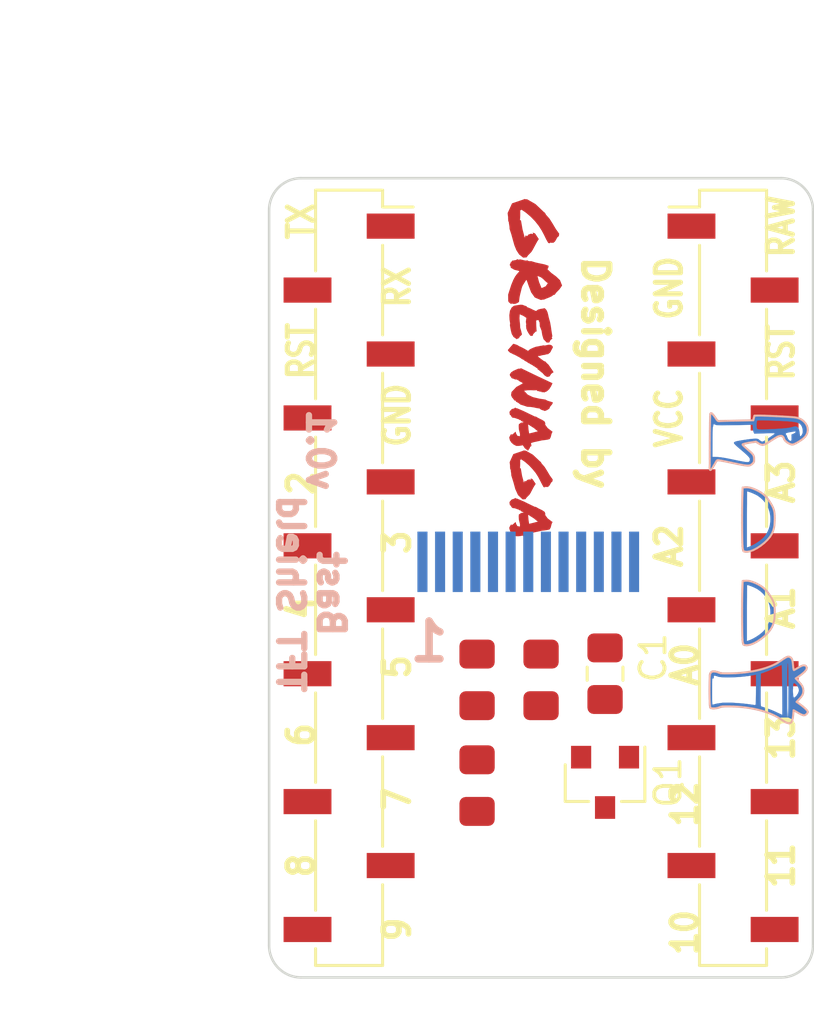
<source format=kicad_pcb>
(kicad_pcb (version 20171130) (host pcbnew 5.1.2-f72e74a~84~ubuntu18.04.1)
  (title_block (title "Bast Pro Mini M0 ") (date 2019-03-27) (rev 0.3) (company "Electronic Cats") (comment 1 "Eduardo Contreras") (comment 2 "Andres Sabas") (comment 3 "Edgar Capuchino"))
  (layers (0 F.Cu signal) (31 B.Cu signal) (34 B.Paste user) (35 F.Paste user) (36 B.SilkS user) (37 F.SilkS user) (38 B.Mask user) (39 F.Mask user) (44 Edge.Cuts user))
  (net 0 "")
  (net 1 "/1(Tx)")
  (net 2 "/0(Rx)")
  (net 3 GND)
  (net 4 /2)
  (net 5 "/3(**)")
  (net 6 /4)
  (net 7 "/5(**)")
  (net 8 "/6(**)")
  (net 9 /7)
  (net 10 /8)
  (net 11 "/9(**)")
  (net 12 VCC)
  (net 13 /A3)
  (net 14 /A2)
  (net 15 /A1)
  (net 16 /A0)
  (net 17 "/13(SCK)")
  (net 18 "/12(MISO)")
  (net 19 "/11(**/MOSI)")
  (net 20 "/10(**/SS)")
  (net 21 +3V3)
  (net 22 /SDA)
  (net 23 /SCL)
  (net 24 /RESET)
  (net 25 "Net-(Q1-Pad2)")
  (net 26 "Net-(Q1-Pad3)")
  (net 27 /LEDK)
  (net 28 /BLK)
  (net 29 "Net-(U1-Pad9)")
  (net 30 /RES)
  (net 31 /DC)
  (net 32 /CS)
  (net 33 "Net-(U1-Pad2)")
  (net 34 "Net-(U1-Pad1)")
  (module tft-shield:Bast_5 (layer B.Cu) (at 154.686 98.679 90)
    (fp_text reference svg2mod hide)
    (fp_text value G*** hide)
    (fp_poly (pts (xy 0.887594 -0.63099) (xy 0.821681 -0.46918) (xy 0.96116 -0.46918) (xy 1.100643 -0.46918) (xy 1.240125 -0.46918) (xy 1.379608 -0.46918) (xy 1.519091 -0.46918) (xy 1.658573 -0.46918) (xy 1.798056 -0.46918) (xy 1.937539 -0.46918) (xy 2.161692 -0.46889) (xy 2.370807 -0.46789) (xy 2.560305 -0.46589) (xy 2.725616 -0.46559) (xy 2.862161 -0.46481) (xy 2.965352 -0.46381) (xy 3.030622 -0.46281) (xy 3.053392 -0.46081) (xy 3.053397 -0.46121) (xy 3.053388 -0.46198) (xy 3.048588 -0.43028) (xy 3.035328 -0.38358) (xy 3.015408 -0.32618) (xy 2.990548 -0.26268) (xy 2.962548 -0.19718) (xy 2.933168 -0.13398) (xy 2.904158 -0.07748) (xy 2.877308 -0.03198) (xy 2.792648 0.08265) (xy 2.697588 0.18332) (xy 2.592895 0.26952) (xy 2.47934 0.34092) (xy 2.357689 0.39712) (xy 2.228712 0.43782) (xy 2.093179 0.46242) (xy 1.951847 0.47042) (xy 1.855 0.46642) (xy 1.761775 0.45582) (xy 1.672033 0.43792) (xy 1.585619 0.41332) (xy 1.502388 0.38142) (xy 1.422246 0.34222) (xy 1.345009 0.29572) (xy 1.270518 0.24202) (xy 1.209416 0.18702) (xy 1.145263 0.11632) (xy 1.08056 0.03382) (xy 1.017818 -0.05658) (xy 0.959519 -0.15108) (xy 0.9082 -0.24588) (xy 0.86632 -0.33718) (xy 0.836421 -0.42118) (xy 0.834581 -0.42718) (xy 0.832741 -0.43318) (xy 0.830901 -0.43918) (xy 0.829051 -0.44518) (xy 0.827211 -0.45118) (xy 0.825371 -0.45718) (xy 0.823521 -0.46318) (xy 0.821681 -0.46918) (xy 0.887594 -0.63099) (xy 0.852148 -0.62899) (xy 0.817934 -0.62499) (xy 0.785783 -0.61999) (xy 0.756525 -0.61499) (xy 0.730999 -0.60899) (xy 0.709999 -0.60299) (xy 0.694426 -0.59699) (xy 0.684986 -0.59099) (xy 0.679016 -0.58299) (xy 0.673576 -0.57029) (xy 0.668766 -0.55539) (xy 0.664666 -0.53779) (xy 0.661396 -0.51789) (xy 0.659036 -0.49649) (xy 0.657686 -0.47379) (xy 0.657452 -0.45029) (xy 0.676577 -0.33262) (xy 0.727046 -0.19793) (xy 0.803224 -0.05389) (xy 0.899484 0.09175) (xy 1.010185 0.2312) (xy 1.129706 0.35669) (xy 1.252404 0.46042) (xy 1.372657 0.53482) (xy 1.438142 0.56462) (xy 1.502769 0.58902) (xy 1.568802 0.60842) (xy 1.638471 0.62352) (xy 1.714055 0.63492) (xy 1.797802 0.64092) (xy 1.891968 0.64492) (xy 1.998797 0.64692) (xy 2.098813 0.64492) (xy 2.187245 0.63892) (xy 2.267579 0.62602) (xy 2.343339 0.60622) (xy 2.417999 0.57832) (xy 2.495029 0.54102) (xy 2.577959 0.49342) (xy 2.670279 0.43462) (xy 2.741909 0.38452) (xy 2.806609 0.33322) (xy 2.865289 0.27952) (xy 2.918809 0.22272) (xy 2.968119 0.16162) (xy 3.014099 0.09522) (xy 3.057649 0.02252) (xy 3.099659 -0.05768) (xy 3.133369 -0.12958) (xy 3.161549 -0.19798) (xy 3.184239 -0.26278) (xy 3.201499 -0.32418) (xy 3.213379 -0.38238) (xy 3.219879 -0.43768) (xy 3.221179 -0.49018) (xy 3.217179 -0.54018) (xy 3.215779 -0.55078) (xy 3.214379 -0.56138) (xy 3.212979 -0.57198) (xy 3.211579 -0.58258) (xy 3.210179 -0.59318) (xy 3.208779 -0.60378) (xy 3.207379 -0.61438) (xy 3.205979 -0.62498) (xy 3.161969 -0.62598) (xy 3.117959 -0.62698) (xy 3.073949 -0.62898) (xy 3.029939 -0.63098) (xy 2.985929 -0.63198) (xy 2.941919 -0.63298) (xy 2.897909 -0.63498) (xy 2.853899 -0.63598) (xy 2.661447 -0.64098) (xy 2.408223 -0.64498) (xy 2.116999 -0.64698) (xy 1.810533 -0.64708) (xy 1.511598 -0.64508) (xy 1.242967 -0.64108) (xy 1.027395 -0.63608) (xy 0.887653 -0.63008) (xy 0.887653 -0.63009) (xy 0.887648 -0.62968) (xy 0.887594 -0.63099)) (layer B.Cu) (width 0.008987))
    (fp_poly (pts (xy -2.830294 -0.63099) (xy -2.896028 -0.46918) (xy -2.756886 -0.46918) (xy -2.617403 -0.46918) (xy -2.477921 -0.46918) (xy -2.338438 -0.46918) (xy -2.198955 -0.46918) (xy -2.059472 -0.46918) (xy -1.91999 -0.46918) (xy -1.780507 -0.46918) (xy -1.556354 -0.46889) (xy -1.347238 -0.46789) (xy -1.15774 -0.46589) (xy -0.992429 -0.46559) (xy -0.855884 -0.46481) (xy -0.752693 -0.46381) (xy -0.68742 -0.46281) (xy -0.664645 -0.46081) (xy -0.66464 -0.46121) (xy -0.664658 -0.46198) (xy -0.669468 -0.43028) (xy -0.682724 -0.38358) (xy -0.702642 -0.32618) (xy -0.727505 -0.26268) (xy -0.755508 -0.19718) (xy -0.784884 -0.13398) (xy -0.813893 -0.07748) (xy -0.840743 -0.03198) (xy -0.925404 0.08265) (xy -1.020466 0.18332) (xy -1.125159 0.26952) (xy -1.238714 0.34092) (xy -1.360365 0.39712) (xy -1.489342 0.43782) (xy -1.624876 0.46242) (xy -1.766207 0.47042) (xy -1.863054 0.46642) (xy -1.956279 0.45582) (xy -2.046021 0.43792) (xy -2.132435 0.41332) (xy -2.215666 0.38142) (xy -2.295808 0.34222) (xy -2.373048 0.29572) (xy -2.447538 0.24202) (xy -2.508638 0.18702) (xy -2.572788 0.11632) (xy -2.637488 0.03382) (xy -2.700228 -0.05658) (xy -2.758528 -0.15108) (xy -2.809848 -0.24588) (xy -2.851728 -0.33718) (xy -2.881628 -0.42118) (xy -2.883428 -0.42718) (xy -2.885228 -0.43318) (xy -2.887028 -0.43918) (xy -2.888828 -0.44518) (xy -2.890628 -0.45118) (xy -2.892428 -0.45718) (xy -2.894228 -0.46318) (xy -2.896028 -0.46918) (xy -2.830294 -0.63099) (xy -2.865744 -0.62899) (xy -2.899954 -0.62499) (xy -2.932104 -0.61999) (xy -2.961364 -0.61499) (xy -2.986894 -0.60899) (xy -3.007894 -0.60299) (xy -3.023464 -0.59699) (xy -3.032864 -0.59099) (xy -3.038864 -0.58299) (xy -3.044264 -0.57029) (xy -3.049064 -0.55539) (xy -3.053164 -0.53779) (xy -3.056464 -0.51789) (xy -3.058864 -0.49649) (xy -3.060264 -0.47379) (xy -3.060498 -0.45029) (xy -3.041368 -0.33262) (xy -2.990898 -0.19793) (xy -2.914718 -0.05389) (xy -2.818458 0.09175) (xy -2.707757 0.2312) (xy -2.588236 0.35669) (xy -2.465539 0.46042) (xy -2.345285 0.53482) (xy -2.279805 0.56462) (xy -2.215178 0.58902) (xy -2.149145 0.60842) (xy -2.079476 0.62352) (xy -2.003892 0.63492) (xy -1.920145 0.64092) (xy -1.825979 0.64492) (xy -1.719149 0.64692) (xy -1.619133 0.64492) (xy -1.530701 0.63892) (xy -1.450367 0.62602) (xy -1.374607 0.60622) (xy -1.299948 0.57832) (xy -1.222913 0.54102) (xy -1.13998 0.49342) (xy -1.047664 0.43462) (xy -0.976032 0.38452) (xy -0.911332 0.33322) (xy -0.852648 0.27952) (xy -0.799124 0.22272) (xy -0.749817 0.16162) (xy -0.703841 0.09522) (xy -0.660287 0.02252) (xy -0.618279 -0.05768) (xy -0.584569 -0.12958) (xy -0.556392 -0.19798) (xy -0.533698 -0.26278) (xy -0.516434 -0.32418) (xy -0.504555 -0.38238) (xy -0.498015 -0.43768) (xy -0.496745 -0.49018) (xy -0.500715 -0.54018) (xy -0.502135 -0.55078) (xy -0.503555 -0.56138) (xy -0.504975 -0.57198) (xy -0.506395 -0.58258) (xy -0.507815 -0.59318) (xy -0.509235 -0.60378) (xy -0.510655 -0.61438) (xy -0.512075 -0.62498) (xy -0.556083 -0.62598) (xy -0.600091 -0.62698) (xy -0.644099 -0.62898) (xy -0.688106 -0.63098) (xy -0.732114 -0.63198) (xy -0.776122 -0.63298) (xy -0.82013 -0.63498) (xy -0.864137 -0.63598) (xy -1.05659 -0.64098) (xy -1.309813 -0.64498) (xy -1.60104 -0.64698) (xy -1.907506 -0.64708) (xy -2.206441 -0.64508) (xy -2.475079 -0.64108) (xy -2.690651 -0.63608) (xy -2.830393 -0.63008) (xy -2.830393 -0.63009) (xy -2.830398 -0.62968) (xy -2.830294 -0.63099)) (layer B.Cu) (width 0.008987))
    (fp_poly (pts (xy 4.002458 -1.83447) (xy 4.415253 -1.61313) (xy 4.416953 -1.66233) (xy 4.417225 -1.68363) (xy 4.417498 -1.70483) (xy 4.41777 -1.72613) (xy 4.418042 -1.74733) (xy 4.418314 -1.76863) (xy 4.418587 -1.78993) (xy 4.418859 -1.81113) (xy 4.419131 -1.83243) (xy 4.489201 -1.83233) (xy 4.559271 -1.83224) (xy 4.629341 -1.83214) (xy 4.699411 -1.83203) (xy 4.769481 -1.83195) (xy 4.839551 -1.83186) (xy 4.909621 -1.83175) (xy 4.979691 -1.83166) (xy 5.094079 -1.83128) (xy 5.204244 -1.83053) (xy 5.307529 -1.82953) (xy 5.401279 -1.82853) (xy 5.482829 -1.82653) (xy 5.549519 -1.82453) (xy 5.598699 -1.82253) (xy 5.627719 -1.81953) (xy 5.627718 -1.81953) (xy 5.627281 -1.80971) (xy 5.645041 -1.80671) (xy 5.661961 -1.80371) (xy 5.677661 -1.80071) (xy 5.691731 -1.79771) (xy 5.703781 -1.79471) (xy 5.713381 -1.79171) (xy 5.720181 -1.78971) (xy 5.723781 -1.78771) (xy 5.724981 -1.78471) (xy 5.724906 -1.77971) (xy 5.723606 -1.77271) (xy 5.721206 -1.76471) (xy 5.717806 -1.75401) (xy 5.713506 -1.74331) (xy 5.708306 -1.73131) (xy 5.702406 -1.71891) (xy 5.693306 -1.69621) (xy 5.686506 -1.66511) (xy 5.681806 -1.61951) (xy 5.679106 -1.55271) (xy 5.678197 -1.45831) (xy 5.67903 -1.3301) (xy 5.68133 -1.1616) (xy 5.68513 -0.94644) (xy 5.68683 -0.85744) (xy 5.68853 -0.76844) (xy 5.69023 -0.67954) (xy 5.69193 -0.59054) (xy 5.69363 -0.50164) (xy 5.69533 -0.41264) (xy 5.69703 -0.32374) (xy 5.69873 -0.23474) (xy 5.68309 -0.23399) (xy 5.66745 -0.23324) (xy 5.65181 -0.23247) (xy 5.63617 -0.23172) (xy 5.62053 -0.23096) (xy 5.60489 -0.2302) (xy 5.58925 -0.22944) (xy 5.5736 -0.2287) (xy 5.54741 -0.2267) (xy 5.52096 -0.2237) (xy 5.49498 -0.2207) (xy 5.47018 -0.2157) (xy 5.44729 -0.2107) (xy 5.42703 -0.2057) (xy 5.41013 -0.2007) (xy 5.39731 -0.1957) (xy 5.39091 -0.1927) (xy 5.38451 -0.1897) (xy 5.37811 -0.1867) (xy 5.37171 -0.1837) (xy 5.36531 -0.1807) (xy 5.35891 -0.1777) (xy 5.35251 -0.1747) (xy 5.34611 -0.1717) (xy 5.34771 -0.1204) (xy 5.34931 -0.0691) (xy 5.35091 -0.0178) (xy 5.35251 0.0335) (xy 5.35411 0.0848) (xy 5.35571 0.1361) (xy 5.35731 0.1874) (xy 5.35891 0.2387) (xy 5.36141 0.3288) (xy 5.36301 0.4093) (xy 5.363721 0.4794) (xy 5.363546 0.5385) (xy 5.362446 0.5858) (xy 5.360546 0.6204) (xy 5.357846 0.6418) (xy 5.354246 0.6488) (xy 5.337776 0.6334) (xy 5.305256 0.5919) (xy 5.261566 0.5315) (xy 5.211596 0.4593) (xy 5.160246 0.3826) (xy 5.112396 0.3085) (xy 5.072926 0.2443) (xy 5.046736 0.1971) (xy 5.038436 0.1796) (xy 5.032536 0.165) (xy 5.029136 0.1525) (xy 5.028303 0.1405) (xy 5.030103 0.1286) (xy 5.034503 0.1165) (xy 5.041603 0.1025) (xy 5.051403 0.0858) (xy 5.058603 0.0751) (xy 5.066503 0.0632) (xy 5.074903 0.0513) (xy 5.083503 0.0406) (xy 5.092003 0.0299) (xy 5.100203 0.0209) (xy 5.107803 0.0129) (xy 5.114603 0.0069) (xy 5.128213 -0.0115) (xy 5.137713 -0.0415) (xy 5.143113 -0.0835) (xy 5.144413 -0.138) (xy 5.141513 -0.2055) (xy 5.134513 -0.2866) (xy 5.123393 -0.3818) (xy 5.108133 -0.49157) (xy 5.091243 -0.6036) (xy 5.076433 -0.6967) (xy 5.063323 -0.7726) (xy 5.051523 -0.8332) (xy 5.040653 -0.8804) (xy 5.030313 -0.9159) (xy 5.020113 -0.9417) (xy 5.009673 -0.9596) (xy 4.996003 -0.9736) (xy 4.980043 -0.9786) (xy 4.960033 -0.9736) (xy 4.934183 -0.9563) (xy 4.900733 -0.9258) (xy 4.857893 -0.8804) (xy 4.803903 -0.819) (xy 4.736973 -0.7401) (xy 4.646593 -0.63343) (xy 4.570893 -0.54643) (xy 4.508093 -0.47763) (xy 4.456413 -0.42523) (xy 4.414083 -0.38733) (xy 4.379323 -0.36263) (xy 4.350363 -0.34913) (xy 4.325413 -0.34613) (xy 4.313993 -0.34688) (xy 4.301983 -0.34788) (xy 4.289743 -0.34988) (xy 4.277633 -0.35288) (xy 4.266013 -0.35588) (xy 4.255233 -0.36088) (xy 4.245633 -0.36588) (xy 4.237633 -0.37088) (xy 4.223333 -0.38658) (xy 4.214833 -0.41108) (xy 4.212733 -0.45008) (xy 4.217733 -0.50898) (xy 4.230473 -0.59308) (xy 4.251653 -0.70786) (xy 4.281933 -0.85875) (xy 4.321993 -1.0511) (xy 4.345923 -1.16684) (xy 4.365863 -1.26793) (xy 4.382083 -1.35603) (xy 4.394853 -1.43273) (xy 4.404453 -1.50003) (xy 4.411153 -1.55963) (xy 4.415253 -1.61313) (xy 4.002458 -1.83447) (xy 4.038918 -1.80877) (xy 4.077838 -1.78077) (xy 4.120148 -1.75337) (xy 4.164718 -1.72757) (xy 4.206688 -1.70437) (xy 4.238308 -1.68607) (xy 4.260978 -1.67087) (xy 4.276098 -1.65727) (xy 4.285098 -1.64367) (xy 4.289298 -1.62837) (xy 4.290161 -1.61007) (xy 4.289061 -1.58687) (xy 4.286261 -1.56397) (xy 4.280061 -1.52547) (xy 4.270761 -1.47387) (xy 4.258821 -1.41077) (xy 4.244611 -1.33837) (xy 4.228531 -1.25877) (xy 4.210981 -1.17407) (xy 4.192351 -1.08617) (xy 4.144001 -0.85818) (xy 4.108931 -0.68197) (xy 4.086811 -0.54911) (xy 4.077311 -0.45121) (xy 4.080111 -0.37981) (xy 4.094841 -0.32651) (xy 4.121191 -0.28281) (xy 4.158811 -0.24051) (xy 4.177481 -0.22191) (xy 4.193911 -0.20741) (xy 4.209601 -0.19671) (xy 4.226041 -0.18971) (xy 4.244721 -0.18471) (xy 4.267131 -0.18171) (xy 4.294771 -0.18071) (xy 4.329121 -0.18041) (xy 4.377311 -0.18141) (xy 4.419461 -0.18641) (xy 4.457501 -0.19711) (xy 4.493361 -0.21391) (xy 4.528961 -0.23791) (xy 4.566231 -0.27031) (xy 4.607101 -0.31201) (xy 4.653491 -0.36421) (xy 4.714971 -0.43531) (xy 4.767501 -0.49491) (xy 4.811491 -0.54351) (xy 4.847361 -0.58151) (xy 4.875531 -0.60931) (xy 4.896411 -0.62731) (xy 4.910431 -0.63531) (xy 4.918031 -0.6351) (xy 4.926531 -0.6206) (xy 4.936531 -0.5935) (xy 4.947531 -0.5556) (xy 4.959141 -0.5088) (xy 4.970931 -0.4549) (xy 4.982471 -0.396) (xy 4.993311 -0.3338) (xy 5.003011 -0.2702) (xy 5.005911 -0.2497) (xy 5.008811 -0.2293) (xy 5.011711 -0.2089) (xy 5.014611 -0.1885) (xy 5.017511 -0.168) (xy 5.020411 -0.1476) (xy 5.023311 -0.1271) (xy 5.026211 -0.1067) (xy 5.018511 -0.0945) (xy 5.010711 -0.0824) (xy 5.003011 -0.0703) (xy 4.995311 -0.0582) (xy 4.987511 -0.046) (xy 4.979711 -0.0339) (xy 4.972011 -0.0217) (xy 4.964311 -0.0096) (xy 5.567259 1.57209) (xy 5.601749 1.54439) (xy 5.623409 1.51059) (xy 5.632709 1.47009) (xy 5.630109 1.42249) (xy 5.616199 1.36709) (xy 5.609799 1.34579) (xy 5.603099 1.32079) (xy 5.596399 1.29279) (xy 5.589699 1.26269) (xy 5.583299 1.23149) (xy 5.577499 1.20019) (xy 5.572399 1.16969) (xy 5.568199 1.14079) (xy 5.558899 1.05669) (xy 5.549399 0.94488) (xy 5.540099 0.81353) (xy 5.531499 0.6708) (xy 5.523999 0.52483) (xy 5.518099 0.3838) (xy 5.514199 0.25591) (xy 5.512799 0.14923) (xy 5.512964 0.08573) (xy 5.513721 0.03693) (xy 5.515521 0.00073) (xy 5.518821 -0.02527) (xy 5.523921 -0.04297) (xy 5.531321 -0.05487) (xy 5.541321 -0.06287) (xy 5.554371 -0.06887) (xy 5.582251 -0.07587) (xy 5.622031 -0.08087) (xy 5.669311 -0.08187) (xy 5.719691 -0.08112) (xy 5.768761 -0.07812) (xy 5.812121 -0.07312) (xy 5.845371 -0.06612) (xy 5.864101 -0.05712) (xy 5.864102 -0.05712) (xy 5.864103 -0.05712) (xy 5.864104 -0.05712) (xy 5.863766 -0.05884) (xy 5.868966 -0.04614) (xy 5.872566 -0.01834) (xy 5.874866 0.02636) (xy 5.875623 0.08976) (xy 5.874949 0.17356) (xy 5.872849 0.27951) (xy 5.869249 0.40947) (xy 5.864149 0.56519) (xy 5.852779 0.86421) (xy 5.840439 1.10299) (xy 5.825869 1.28904) (xy 5.807829 1.42986) (xy 5.785049 1.53295) (xy 5.756269 1.60585) (xy 5.720239 1.65605) (xy 5.675699 1.69095) (xy 5.642059 1.70885) (xy 5.605239 1.72415) (xy 5.566269 1.73635) (xy 5.526209 1.74535) (xy 5.486109 1.75135) (xy 5.447019 1.75335) (xy 5.409979 1.75259) (xy 5.376039 1.74759) (xy 5.349699 1.73959) (xy 5.323009 1.72769) (xy 5.297479 1.71379) (xy 5.274609 1.69849) (xy 5.255899 1.68299) (xy 5.242849 1.66849) (xy 5.236949 1.65579) (xy 5.239749 1.64679) (xy 5.244449 1.64479) (xy 5.254049 1.64179) (xy 5.267949 1.63879) (xy 5.285599 1.63579) (xy 5.306409 1.63279) (xy 5.329789 1.62979) (xy 5.355159 1.62679) (xy 5.381939 1.62379) (xy 5.457839 1.61129) (xy 5.519449 1.59419) (xy 5.567259 1.57209) (xy 4.964311 -0.0096) (xy 5.372755 1.10161) (xy 5.383525 1.14341) (xy 5.395235 1.19611) (xy 5.407015 1.25481) (xy 5.417995 1.31451) (xy 5.427295 1.37031) (xy 5.434095 1.41711) (xy 5.437495 1.45021) (xy 5.436586 1.46461) (xy 5.426786 1.47061) (xy 5.415356 1.47099) (xy 5.402786 1.46599) (xy 5.389566 1.45699) (xy 5.376176 1.44329) (xy 5.363126 1.42579) (xy 5.350896 1.40479) (xy 5.339976 1.38099) (xy 5.336376 1.37199) (xy 5.332876 1.36299) (xy 5.329276 1.35399) (xy 5.325676 1.34499) (xy 5.322176 1.33599) (xy 5.318576 1.32699) (xy 5.315076 1.31799) (xy 5.311476 1.30899) (xy 5.296436 1.30899) (xy 5.281416 1.30899) (xy 5.266396 1.30899) (xy 5.251376 1.30899) (xy 5.236356 1.30899) (xy 5.221336 1.30899) (xy 5.206316 1.30899) (xy 5.191296 1.30899) (xy 5.160116 1.30869) (xy 5.133936 1.30794) (xy 5.112376 1.30694) (xy 5.095056 1.30494) (xy 5.081586 1.30194) (xy 5.071586 1.29694) (xy 5.064686 1.29094) (xy 5.060486 1.28394) (xy 5.057086 1.26484) (xy 5.060786 1.24494) (xy 5.070976 1.22454) (xy 5.087116 1.20434) (xy 5.108646 1.18494) (xy 5.135006 1.16704) (xy 5.165646 1.15104) (xy 5.200006 1.13754) (xy 5.218776 1.13054) (xy 5.236696 1.12354) (xy 5.253356 1.11654) (xy 5.268326 1.10954) (xy 5.281186 1.10354) (xy 5.291506 1.09754) (xy 5.298806 1.09254) (xy 5.302806 1.08954) (xy 5.310406 1.08154) (xy 5.319706 1.07654) (xy 5.330046 1.07454) (xy 5.340716 1.07529) (xy 5.351026 1.07829) (xy 5.360326 1.08529) (xy 5.367926 1.09429) (xy 5.373126 1.10619) (xy 5.372755 1.10161) (xy 4.964311 -0.0096) (xy 4.931751 0.0451) (xy 4.910141 0.0931) (xy 4.900241 0.1385) (xy 4.902741 0.1854) (xy 4.918431 0.2377) (xy 4.948041 0.2996) (xy 4.992311 0.3751) (xy 5.051981 0.4681) (xy 5.083031 0.5161) (xy 5.113081 0.5633) (xy 5.141391 0.6087) (xy 5.167231 0.651) (xy 5.189861 0.6891) (xy 5.208551 0.7217) (xy 5.222561 0.7475) (xy 5.231161 0.7654) (xy 5.247731 0.8123) (xy 5.256431 0.8545) (xy 5.257264 0.8921) (xy 5.250264 0.925) (xy 5.235404 0.953) (xy 5.212754 0.976) (xy 5.182334 0.9941) (xy 5.144174 1.0071) (xy 5.117564 1.0178) (xy 5.089014 1.0362) (xy 5.059574 1.0613) (xy 5.030324 1.0918) (xy 5.002324 1.1266) (xy 4.976634 1.1645) (xy 4.954324 1.2041) (xy 4.936464 1.2442) (xy 4.926964 1.2701) (xy 4.919964 1.292) (xy 4.915364 1.3108) (xy 4.913164 1.3277) (xy 4.913291 1.3439) (xy 4.915691 1.3604) (xy 4.920291 1.3781) (xy 4.926991 1.3983) (xy 4.941701 1.4347) (xy 4.962061 1.477) (xy 4.987151 1.5238) (xy 5.016051 1.5735) (xy 5.047861 1.6246) (xy 5.081661 1.6755) (xy 5.116541 1.7248) (xy 5.151581 1.7709) (xy 5.225221 1.8472) (xy 5.307381 1.9025) (xy 5.395481 1.9366) (xy 5.486961 1.9495) (xy 5.579231 1.9415) (xy 5.669731 1.912) (xy 5.755881 1.8611) (xy 5.835111 1.7886) (xy 5.866311 1.7517) (xy 5.893641 1.714) (xy 5.917391 1.6751) (xy 5.937831 1.6342) (xy 5.955261 1.5908) (xy 5.969961 1.5441) (xy 5.982201 1.4936) (xy 5.992281 1.4385) (xy 6.002281 1.3397) (xy 6.014291 1.16815) (xy 6.027151 0.94771) (xy 6.039731 0.7024) (xy 6.050851 0.45617) (xy 6.059351 0.23297) (xy 6.064151 0.05679) (xy 6.063986 -0.04844) (xy 6.063274 -0.06334) (xy 6.062563 -0.07814) (xy 6.061851 -0.09304) (xy 6.06114 -0.10784) (xy 6.060428 -0.12274) (xy 6.059717 -0.13754) (xy 6.059006 -0.15244) (xy 6.058295 -0.16724) (xy 6.046805 -0.17024) (xy 6.035315 -0.17324) (xy 6.023825 -0.17624) (xy 6.012335 -0.17924) (xy 6.000845 -0.18224) (xy 5.989355 -0.18524) (xy 5.977865 -0.18824) (xy 5.966375 -0.19124) (xy 5.954885 -0.19424) (xy 5.943395 -0.19724) (xy 5.931905 -0.20024) (xy 5.920415 -0.20324) (xy 5.908925 -0.20624) (xy 5.897435 -0.20924) (xy 5.885945 -0.21224) (xy 5.874455 -0.21524) (xy 5.872955 -0.29664) (xy 5.871455 -0.37794) (xy 5.869955 -0.45934) (xy 5.868455 -0.54074) (xy 5.866955 -0.62214) (xy 5.865455 -0.70354) (xy 5.863955 -0.78484) (xy 5.862455 -0.86624) (xy 5.859855 -0.99756) (xy 5.857255 -1.12116) (xy 5.854755 -1.23427) (xy 5.852355 -1.33407) (xy 5.850255 -1.41787) (xy 5.848355 -1.48287) (xy 5.846855 -1.52607) (xy 5.845755 -1.54487) (xy 5.843355 -1.56777) (xy 5.844028 -1.58787) (xy 5.848328 -1.60577) (xy 5.856828 -1.62257) (xy 5.870058 -1.63907) (xy 5.888568 -1.65597) (xy 5.912908 -1.67417) (xy 5.943618 -1.69467) (xy 5.988598 -1.72437) (xy 6.029838 -1.75377) (xy 6.066638 -1.78187) (xy 6.098308 -1.80837) (xy 6.124148 -1.83247) (xy 6.143468 -1.85367) (xy 6.155568 -1.87117) (xy 6.159768 -1.88467) (xy 6.158935 -1.88967) (xy 6.156535 -1.89467) (xy 6.152735 -1.89967) (xy 6.147635 -1.90467) (xy 6.141535 -1.90967) (xy 6.134535 -1.91467) (xy 6.126835 -1.91767) (xy 6.118535 -1.92067) (xy 6.017459 -1.92567) (xy 5.778178 -1.93067) (xy 5.446163 -1.93567) (xy 5.066885 -1.93867) (xy 4.685818 -1.93967) (xy 4.348433 -1.93997) (xy 4.100201 -1.93897) (xy 4.049911 -1.94197) (xy 4.009301 -1.94261) (xy 3.977521 -1.94061) (xy 3.953721 -1.93661) (xy 3.937041 -1.93161) (xy 3.926641 -1.92461) (xy 3.921641 -1.91661) (xy 3.921245 -1.90761) (xy 3.924545 -1.89861) (xy 3.930745 -1.88961) (xy 3.938945 -1.88061) (xy 3.948345 -1.87161) (xy 3.958045 -1.86361) (xy 3.967245 -1.85661) (xy 3.975045 -1.85161) (xy 3.980645 -1.84861) (xy 4.002458 -1.83447)) (layer B.Cu) (width 0.007352))
    (fp_poly (pts (xy -5.212898 -1.94414) (xy -5.421658 -1.83164) (xy -5.412058 -1.83564) (xy -5.384598 -1.83964) (xy -5.341538 -1.84164) (xy -5.285118 -1.84364) (xy -5.217548 -1.84564) (xy -5.141068 -1.84664) (xy -5.057888 -1.84764) (xy -4.970238 -1.84836) (xy -4.880348 -1.84874) (xy -4.790438 -1.84856) (xy -4.702728 -1.84782) (xy -4.619438 -1.84682) (xy -4.542808 -1.84582) (xy -4.475048 -1.84382) (xy -4.418388 -1.84182) (xy -4.375048 -1.83782) (xy -4.375048 -1.83781) (xy -4.375048 -1.8378) (xy -4.375932 -1.78657) (xy -4.368732 -1.78585) (xy -4.361532 -1.78514) (xy -4.354332 -1.78444) (xy -4.347132 -1.78373) (xy -4.339932 -1.78301) (xy -4.332732 -1.78229) (xy -4.325532 -1.78159) (xy -4.318332 -1.78088) (xy -4.316532 -1.78068) (xy -4.314732 -1.78049) (xy -4.312932 -1.7803) (xy -4.311132 -1.7801) (xy -4.309332 -1.7799) (xy -4.307532 -1.77971) (xy -4.305732 -1.77952) (xy -4.303932 -1.77932) (xy -4.302132 -1.77912) (xy -4.300332 -1.77894) (xy -4.298532 -1.77874) (xy -4.296732 -1.77854) (xy -4.294932 -1.77835) (xy -4.293132 -1.77817) (xy -4.291332 -1.77796) (xy -4.289532 -1.77777) (xy -4.287732 -1.77756) (xy -4.285932 -1.77738) (xy -4.284132 -1.77719) (xy -4.282332 -1.77698) (xy -4.280532 -1.77681) (xy -4.278732 -1.7766) (xy -4.276932 -1.7764) (xy -4.275132 -1.77622) (xy -4.273332 -1.77601) (xy -4.271532 -1.77583) (xy -4.269732 -1.77563) (xy -4.267932 -1.77543) (xy -4.266132 -1.77525) (xy -4.264332 -1.77505) (xy -4.262532 -1.77485) (xy -4.260732 -1.77465) (xy -4.260878 -1.77394) (xy -4.261024 -1.77324) (xy -4.26117 -1.77253) (xy -4.261316 -1.77181) (xy -4.261461 -1.77111) (xy -4.261607 -1.7704) (xy -4.261753 -1.76968) (xy -4.261899 -1.76898) (xy -4.262045 -1.76826) (xy -4.262191 -1.76755) (xy -4.262337 -1.76685) (xy -4.262483 -1.76614) (xy -4.262628 -1.76542) (xy -4.262774 -1.76471) (xy -4.26292 -1.76401) (xy -4.263066 -1.76329) (xy -4.263212 -1.76258) (xy -4.263358 -1.76187) (xy -4.263504 -1.76116) (xy -4.26365 -1.76045) (xy -4.263796 -1.75975) (xy -4.263941 -1.75904) (xy -4.264088 -1.75832) (xy -4.264233 -1.75762) (xy -4.264379 -1.7569) (xy -4.264525 -1.75619) (xy -4.264671 -1.75547) (xy -4.264817 -1.75477) (xy -4.264963 -1.75406) (xy -4.265108 -1.75334) (xy -4.265254 -1.75264) (xy -4.2654 -1.75193) (xy -4.265546 -1.75122) (xy -4.265692 -1.75052) (xy -4.265838 -1.7498) (xy -4.265984 -1.74908) (xy -4.26613 -1.74837) (xy -4.266275 -1.74766) (xy -4.266421 -1.74695) (xy -4.266567 -1.74624) (xy -4.266713 -1.74554) (xy -4.266859 -1.74483) (xy -4.267005 -1.74412) (xy -4.267151 -1.74341) (xy -4.267297 -1.74269) (xy -4.267443 -1.74198) (xy -4.267588 -1.74126) (xy -4.267734 -1.74056) (xy -4.26788 -1.73985) (xy -4.268026 -1.73914) (xy -4.268172 -1.73844) (xy -4.268318 -1.73773) (xy -4.268464 -1.73701) (xy -4.26861 -1.73629) (xy -4.268756 -1.73559) (xy -4.268901 -1.73487) (xy -4.269047 -1.73416) (xy -4.269193 -1.73346) (xy -4.269339 -1.73275) (xy -4.269485 -1.73205) (xy -4.269631 -1.73134) (xy -4.269777 -1.73062) (xy -4.269923 -1.72991) (xy -4.270069 -1.7292) (xy -4.270312 -1.7282) (xy -4.270575 -1.7272) (xy -4.270857 -1.7262) (xy -4.271158 -1.7252) (xy -4.271469 -1.7232) (xy -4.2718 -1.7212) (xy -4.27215 -1.7192) (xy -4.27251 -1.7172) (xy -4.272889 -1.7152) (xy -4.273278 -1.7132) (xy -4.273687 -1.7112) (xy -4.274105 -1.7092) (xy -4.274533 -1.7072) (xy -4.274962 -1.7052) (xy -4.275434 -1.7032) (xy -4.275905 -1.7012) (xy -4.276377 -1.6992) (xy -4.276892 -1.6972) (xy -4.277406 -1.6952) (xy -4.277921 -1.6932) (xy -4.278435 -1.6912) (xy -4.278993 -1.6892) (xy -4.27955 -1.6872) (xy -4.280108 -1.6852) (xy -4.280708 -1.6832) (xy -4.281308 -1.6812) (xy -4.281908 -1.6792) (xy -4.282509 -1.6772) (xy -4.283152 -1.6752) (xy -4.283795 -1.6732) (xy -4.284438 -1.6712) (xy -4.285081 -1.6692) (xy -4.285725 -1.6672) (xy -4.286368 -1.6652) (xy -4.287054 -1.6632) (xy -4.28774 -1.6612) (xy -4.288426 -1.6592) (xy -4.289112 -1.6572) (xy -4.289798 -1.6552) (xy -4.290484 -1.6532) (xy -4.29117 -1.6512) (xy -4.291902 -1.6492) (xy -4.292633 -1.6472) (xy -4.293365 -1.6452) (xy -4.294097 -1.6432) (xy -4.294828 -1.6412) (xy -4.29556 -1.6392) (xy -4.296292 -1.6372) (xy -4.297023 -1.6352) (xy -4.297755 -1.6332) (xy -4.298486 -1.6312) (xy -4.299218 -1.6292) (xy -4.29995 -1.6272) (xy -4.300681 -1.6252) (xy -4.301413 -1.6232) (xy -4.302145 -1.6212) (xy -4.302876 -1.6192) (xy -4.303608 -1.6172) (xy -4.304339 -1.6152) (xy -4.305071 -1.6132) (xy -4.305803 -1.6112) (xy -4.306534 -1.6092) (xy -4.307266 -1.6072) (xy -4.307998 -1.6052) (xy -4.310698 -1.5941) (xy -4.313298 -1.5817) (xy -4.315798 -1.5693) (xy -4.318098 -1.5557) (xy -4.325998 -1.4939) (xy -4.331698 -1.4215) (xy -4.335198 -1.3397) (xy -4.336698 -1.25) (xy -4.33614 -1.154) (xy -4.33364 -1.0529) (xy -4.32924 -0.94822) (xy -4.32314 -0.8413) (xy -4.31524 -0.73352) (xy -4.30574 -0.62636) (xy -4.29463 -0.52118) (xy -4.282 -0.41946) (xy -4.2786 -0.39466) (xy -4.2751 -0.37026) (xy -4.2715 -0.34626) (xy -4.2679 -0.32256) (xy -4.2642 -0.29926) (xy -4.2604 -0.27646) (xy -4.2565 -0.25406) (xy -4.2525 -0.23206) (xy -4.2484 -0.21036) (xy -4.2442 -0.18926) (xy -4.2399 -0.16866) (xy -4.2356 -0.14876) (xy -4.235454 -0.14804) (xy -4.235308 -0.14733) (xy -4.235162 -0.14663) (xy -4.235017 -0.14591) (xy -4.23487 -0.14519) (xy -4.234725 -0.14448) (xy -4.234579 -0.14378) (xy -4.234433 -0.14307) (xy -4.234287 -0.14235) (xy -4.234141 -0.14165) (xy -4.233995 -0.14094) (xy -4.23385 -0.14023) (xy -4.233703 -0.13952) (xy -4.233557 -0.1388) (xy -4.233412 -0.13809) (xy -4.233266 -0.13739) (xy -4.23312 -0.13667) (xy -4.232974 -0.13596) (xy -4.232828 -0.13525) (xy -4.232682 -0.13455) (xy -4.232537 -0.13384) (xy -4.23239 -0.13312) (xy -4.232245 -0.1324) (xy -4.232099 -0.1317) (xy -4.231953 -0.13099) (xy -4.231807 -0.13027) (xy -4.231661 -0.12957) (xy -4.231515 -0.12886) (xy -4.23137 -0.12816) (xy -4.231223 -0.12745) (xy -4.231077 -0.12674) (xy -4.230932 -0.12602) (xy -4.230786 -0.12531) (xy -4.23064 -0.1246) (xy -4.230494 -0.12388) (xy -4.230348 -0.12318) (xy -4.230202 -0.12247) (xy -4.230057 -0.12176) (xy -4.22991 -0.12106) (xy -4.229765 -0.12035) (xy -4.229619 -0.11962) (xy -4.229473 -0.11891) (xy -4.229327 -0.11821) (xy -4.229181 -0.1175) (xy -4.229035 -0.11678) (xy -4.228889 -0.11608) (xy -4.228743 -0.11537) (xy -4.228597 -0.11466) (xy -4.228452 -0.11393) (xy -4.228306 -0.11323) (xy -4.22816 -0.11252) (xy -4.228014 -0.11181) (xy -4.227868 -0.11111) (xy -4.227722 -0.11039) (xy -4.227576 -0.10968) (xy -4.22743 -0.10898) (xy -4.227285 -0.10826) (xy -4.227139 -0.10754) (xy -4.226993 -0.10683) (xy -4.226847 -0.10613) (xy -4.226701 -0.10542) (xy -4.226555 -0.10472) (xy -4.226409 -0.104) (xy -4.226263 -0.10329) (xy -4.258163 -0.10329) (xy -4.290063 -0.1033) (xy -4.321963 -0.10333) (xy -4.353863 -0.10334) (xy -4.385763 -0.10335) (xy -4.417663 -0.10335) (xy -4.449563 -0.10337) (xy -4.481463 -0.10338) (xy -4.513363 -0.1034) (xy -4.545263 -0.10342) (xy -4.577163 -0.10343) (xy -4.609063 -0.10344) (xy -4.640963 -0.10345) (xy -4.672933 -0.10345) (xy -4.704833 -0.10346) (xy -4.736733 -0.10348) (xy -4.789233 -0.10356) (xy -4.841263 -0.10376) (xy -4.892513 -0.10405) (xy -4.942663 -0.10444) (xy -4.991403 -0.10486) (xy -5.038423 -0.1053) (xy -5.083413 -0.106) (xy -5.126053 -0.10671) (xy -5.166033 -0.10744) (xy -5.203053 -0.10815) (xy -5.236793 -0.10885) (xy -5.266933 -0.10956) (xy -5.293173 -0.11056) (xy -5.315193 -0.11156) (xy -5.332683 -0.11256) (xy -5.345333 -0.11356) (xy -5.362493 -0.11556) (xy -5.377513 -0.11656) (xy -5.390513 -0.11756) (xy -5.401633 -0.11856) (xy -5.404133 -0.11899) (xy -5.406533 -0.11941) (xy -5.408833 -0.11985) (xy -5.411033 -0.12027) (xy -5.413133 -0.1207) (xy -5.415133 -0.12115) (xy -5.417033 -0.12157) (xy -5.418833 -0.122) (xy -5.420533 -0.12243) (xy -5.422133 -0.12286) (xy -5.423633 -0.12356) (xy -5.425033 -0.12427) (xy -5.426333 -0.12498) (xy -5.427533 -0.12568) (xy -5.428733 -0.12639) (xy -5.429833 -0.12712) (xy -5.430833 -0.12783) (xy -5.431776 -0.12853) (xy -5.432634 -0.12925) (xy -5.433452 -0.12996) (xy -5.434184 -0.13066) (xy -5.434827 -0.13137) (xy -5.435427 -0.13208) (xy -5.435942 -0.13308) (xy -5.436413 -0.13408) (xy -5.436822 -0.13508) (xy -5.437172 -0.13608) (xy -5.437473 -0.13708) (xy -5.437717 -0.13808) (xy -5.437911 -0.13908) (xy -5.438057 -0.14008) (xy -5.438152 -0.14108) (xy -5.438202 -0.14208) (xy -5.438209 -0.14308) (xy -5.438174 -0.14408) (xy -5.438099 -0.14508) (xy -5.437982 -0.14608) (xy -5.437836 -0.14708) (xy -5.437652 -0.14908) (xy -5.437438 -0.15108) (xy -5.437195 -0.15308) (xy -5.436922 -0.15508) (xy -5.43663 -0.15708) (xy -5.43631 -0.15908) (xy -5.435969 -0.16108) (xy -5.435609 -0.16308) (xy -5.43523 -0.16508) (xy -5.434841 -0.16708) (xy -5.429941 -0.19988) (xy -5.425141 -0.23238) (xy -5.420541 -0.26468) (xy -5.416041 -0.29678) (xy -5.399251 -0.42231) (xy -5.384501 -0.5436) (xy -5.371781 -0.66043) (xy -5.341421 -1.08079) (xy -5.344121 -1.41809) (xy -5.380301 -1.66204) (xy -5.384501 -1.67754) (xy -5.388601 -1.69274) (xy -5.392501 -1.70764) (xy -5.396301 -1.72214) (xy -5.399901 -1.73614) (xy -5.403301 -1.74974) (xy -5.406501 -1.76214) (xy -5.409501 -1.77454) (xy -5.412101 -1.78564) (xy -5.414501 -1.79564) (xy -5.416601 -1.80564) (xy -5.418401 -1.81464) (xy -5.419801 -1.82064) (xy -5.420801 -1.82564) (xy -5.421444 -1.82964) (xy -5.421658 -1.83164) (xy -5.212898 -1.94414) (xy -5.251178 -1.94314) (xy -5.286758 -1.94214) (xy -5.319698 -1.94114) (xy -5.350068 -1.94014) (xy -5.377938 -1.93914) (xy -5.403368 -1.93814) (xy -5.426438 -1.93614) (xy -5.583918 0.37805) (xy -5.575118 0.35355) (xy -5.567118 0.33025) (xy -5.559918 0.30845) (xy -5.553218 0.28775) (xy -5.546618 0.26735) (xy -5.540218 0.24755) (xy -5.533918 0.22825) (xy -5.532418 0.22425) (xy -5.530918 0.22025) (xy -5.529418 0.21625) (xy -5.527918 0.21225) (xy -5.526418 0.20825) (xy -5.524918 0.20425) (xy -5.523418 0.20025) (xy -5.522018 0.19625) (xy -5.520618 0.19225) (xy -5.519218 0.18825) (xy -5.517818 0.18425) (xy -5.516518 0.18025) (xy -5.515218 0.17625) (xy -5.513918 0.17225) (xy -5.512618 0.16825) (xy -5.511418 0.16425) (xy -5.510218 0.16025) (xy -5.509018 0.15625) (xy -5.507818 0.15225) (xy -5.506618 0.14825) (xy -5.505418 0.14425) (xy -5.504318 0.14025) (xy -5.503218 0.13625) (xy -5.502118 0.13225) (xy -5.501118 0.13025) (xy -5.500129 0.12825) (xy -5.499139 0.12625) (xy -5.498195 0.12425) (xy -5.497291 0.12225) (xy -5.496387 0.12025) (xy -5.49553 0.11825) (xy -5.494711 0.11625) (xy -5.493937 0.11425) (xy -5.493163 0.11225) (xy -5.492431 0.11025) (xy -5.491745 0.10825) (xy -5.491102 0.10625) (xy -5.490459 0.10525) (xy -5.489858 0.10425) (xy -5.489301 0.10325) (xy -5.488786 0.10225) (xy -5.488315 0.10125) (xy -5.487886 0.10025) (xy -5.487487 0.09925) (xy -5.487127 0.09855) (xy -5.486816 0.09784) (xy -5.486543 0.09712) (xy -5.48631 0.09641) (xy -5.485911 0.0957) (xy -5.485311 0.09499) (xy -5.484493 0.09429) (xy -5.483493 0.09358) (xy -5.482293 0.09286) (xy -5.480793 0.09216) (xy -5.479093 0.09145) (xy -5.477193 0.09073) (xy -5.474993 0.09001) (xy -5.472593 0.08931) (xy -5.469893 0.0886) (xy -5.466993 0.08817) (xy -5.463793 0.08775) (xy -5.460393 0.08731) (xy -5.456693 0.08689) (xy -5.452693 0.08646) (xy -5.433843 0.08446) (xy -5.410143 0.08346) (xy -5.381253 0.08246) (xy -5.346823 0.08146) (xy -5.306513 0.08074) (xy -5.259993 0.08004) (xy -5.206913 0.07965) (xy -5.146933 0.07944) (xy -5.079713 0.07946) (xy -5.004903 0.07967) (xy -4.922173 0.08005) (xy -4.831173 0.08048) (xy -4.790743 0.08077) (xy -4.750313 0.08105) (xy -4.709883 0.08135) (xy -4.669453 0.08164) (xy -4.629023 0.08193) (xy -4.588593 0.08223) (xy -4.548163 0.08253) (xy -4.507733 0.08281) (xy -4.467303 0.08311) (xy -4.426873 0.0834) (xy -4.386443 0.08369) (xy -4.346013 0.08398) (xy -4.305583 0.08427) (xy -4.265153 0.08457) (xy -4.224723 0.08486) (xy -4.184293 0.08514) (xy -4.18365 0.08714) (xy -4.183007 0.08914) (xy -4.182363 0.09114) (xy -4.18172 0.09314) (xy -4.181077 0.09514) (xy -4.180434 0.09714) (xy -4.179791 0.09914) (xy -4.179148 0.10114) (xy -4.178504 0.10314) (xy -4.177861 0.10514) (xy -4.177218 0.10714) (xy -4.176575 0.10914) (xy -4.175932 0.11114) (xy -4.175288 0.11314) (xy -4.174645 0.11514) (xy -4.174002 0.11714) (xy -4.173359 0.11914) (xy -4.172716 0.12114) (xy -4.172073 0.12314) (xy -4.17143 0.12514) (xy -4.170786 0.12714) (xy -4.170143 0.12914) (xy -4.1695 0.13114) (xy -4.168857 0.13314) (xy -4.168214 0.13514) (xy -4.167571 0.13714) (xy -4.166927 0.13914) (xy -4.166284 0.14114) (xy -4.165641 0.14314) (xy -4.164998 0.14514) (xy -4.164355 0.14714) (xy -4.163712 0.14914) (xy -4.163068 0.15114) (xy -4.162425 0.15314) (xy -4.161782 0.15514) (xy -4.161139 0.15714) (xy -4.160496 0.15914) (xy -4.159853 0.16114) (xy -4.159209 0.16314) (xy -4.158566 0.16514) (xy -4.157923 0.16714) (xy -4.15728 0.16914) (xy -4.156637 0.17114) (xy -4.155993 0.17314) (xy -4.15535 0.17514) (xy -4.154707 0.17714) (xy -4.154064 0.17914) (xy -4.153421 0.18114) (xy -4.152778 0.18314) (xy -4.152134 0.18514) (xy -4.151491 0.18714) (xy -4.150848 0.18914) (xy -4.150205 0.19114) (xy -4.149562 0.19314) (xy -4.148919 0.19514) (xy -4.148275 0.19714) (xy -4.147632 0.19914) (xy -4.146989 0.20114) (xy -4.146346 0.20314) (xy -4.145703 0.20514) (xy -4.14506 0.20714) (xy -4.144416 0.20914) (xy -4.143773 0.21114) (xy -4.14343 0.19965) (xy -4.14123 0.20565) (xy -4.13903 0.21165) (xy -4.13683 0.21765) (xy -4.13473 0.22365) (xy -4.12633 0.24965) (xy -4.11813 0.27435) (xy -4.10993 0.29805) (xy -4.10143 0.32135) (xy -4.09253 0.34475) (xy -4.08303 0.36865) (xy -4.07276 0.39365) (xy -4.06149 0.42015) (xy -4.04901 0.44875) (xy -4.03513 0.47955) (xy -4.01965 0.51335) (xy -4.00237 0.55065) (xy -3.98309 0.59195) (xy -3.96161 0.63755) (xy -3.93773 0.68785) (xy -3.92735 0.70985) (xy -3.91735 0.73155) (xy -3.90785 0.75265) (xy -3.89895 0.77295) (xy -3.86927 0.84465) (xy -3.85158 0.89555) (xy -3.84878 0.91795) (xy -4.163943 0.92905) (xy -4.842982 0.93805) (xy -5.519267 0.94205) (xy -5.644943 0.94165) (xy -5.741803 0.94095) (xy -5.804123 0.93995) (xy -5.826163 0.93795) (xy -5.825648 0.93595) (xy -5.824148 0.93195) (xy -5.821648 0.92695) (xy -5.818248 0.91795) (xy -5.814048 0.90795) (xy -5.809048 0.89685) (xy -5.803248 0.88445) (xy -5.796748 0.87035) (xy -5.789648 0.85495) (xy -5.781948 0.83835) (xy -5.773648 0.82065) (xy -5.764848 0.80205) (xy -5.755648 0.78255) (xy -5.746048 0.76235) (xy -5.736148 0.74155) (xy -5.725918 0.72025) (xy -5.715348 0.69795) (xy -5.704398 0.67415) (xy -5.693178 0.64915) (xy -5.681758 0.62315) (xy -5.670208 0.59635) (xy -5.658638 0.56885) (xy -5.647118 0.54105) (xy -5.635748 0.51305) (xy -5.624598 0.48515) (xy -5.613758 0.45735) (xy -5.603318 0.43005) (xy -5.593318 0.40355) (xy -5.583918 0.37805) (xy -5.426438 -1.93614) (xy -5.447218 -1.93414) (xy -5.465768 -1.93214) (xy -5.482168 -1.93014) (xy -5.496478 -1.92814) (xy -5.508768 -1.92614) (xy -5.519118 -1.92414) (xy -5.527618 -1.92214) (xy -5.534318 -1.92014) (xy -5.539218 -1.91614) (xy -5.547118 -1.90714) (xy -5.553818 -1.89474) (xy -5.559318 -1.88034) (xy -5.563718 -1.86354) (xy -5.566918 -1.84434) (xy -5.569018 -1.82314) (xy -5.569961 -1.80034) (xy -5.569757 -1.77594) (xy -5.568457 -1.75044) (xy -5.566057 -1.72394) (xy -5.562457 -1.69674) (xy -5.557757 -1.66914) (xy -5.551957 -1.64124) (xy -5.545157 -1.61354) (xy -5.537257 -1.58604) (xy -5.528257 -1.55914) (xy -5.526557 -1.55514) (xy -5.524857 -1.55114) (xy -5.523257 -1.54714) (xy -5.521657 -1.54314) (xy -5.520157 -1.53914) (xy -5.518657 -1.53514) (xy -5.517157 -1.53114) (xy -5.515757 -1.52714) (xy -5.514357 -1.52314) (xy -5.513057 -1.51914) (xy -5.511757 -1.51514) (xy -5.510557 -1.51114) (xy -5.509357 -1.50714) (xy -5.508157 -1.50314) (xy -5.507057 -1.49914) (xy -5.505957 -1.49514) (xy -5.504957 -1.49114) (xy -5.503967 -1.48714) (xy -5.503024 -1.48314) (xy -5.502119 -1.47914) (xy -5.501262 -1.47514) (xy -5.500405 -1.47114) (xy -5.499586 -1.46714) (xy -5.498812 -1.46314) (xy -5.49808 -1.45914) (xy -5.497394 -1.45514) (xy -5.496751 -1.45114) (xy -5.496108 -1.44714) (xy -5.493908 -1.42604) (xy -5.492108 -1.40284) (xy -5.490808 -1.37724) (xy -5.489865 -1.34864) (xy -5.489307 -1.31654) (xy -5.489035 -1.28064) (xy -5.489036 -1.24034) (xy -5.489269 -1.19534) (xy -5.489688 -1.14514) (xy -5.493188 -0.99431) (xy -5.500688 -0.84531) (xy -5.512198 -0.69848) (xy -5.527598 -0.55418) (xy -5.546798 -0.4127) (xy -5.569718 -0.27441) (xy -5.576018 -0.24021) (xy -5.582518 -0.20641) (xy -5.589318 -0.17281) (xy -5.596318 -0.13951) (xy -5.603518 -0.10631) (xy -5.881566 1.14551) (xy -5.535943 1.13551) (xy -4.856708 1.13151) (xy -4.177544 1.13351) (xy -3.832132 1.14351) (xy -3.832132 1.14352) (xy -3.832132 1.14356) (xy -3.832132 1.13751) (xy -3.813752 1.14151) (xy -3.795372 1.14551) (xy -3.776992 1.14951) (xy -3.758612 1.15351) (xy -3.772402 1.15751) (xy -3.786182 1.16151) (xy -3.799972 1.16551) (xy -3.813762 1.16951) (xy -4.145424 1.18191) (xy -4.81497 1.18591) (xy -5.493973 1.18191) (xy -5.854006 1.16951) (xy -5.876976 1.16551) (xy -5.899946 1.16151) (xy -5.922916 1.15751) (xy -5.945886 1.15351) (xy -5.929806 1.15151) (xy -5.913726 1.14951) (xy -5.897646 1.14751) (xy -5.881566 1.14551) (xy -5.603518 -0.10631) (xy -5.610918 -0.07351) (xy -5.618518 -0.04091) (xy -5.626418 -0.00861) (xy -5.634518 0.02349) (xy -5.642818 0.05529) (xy -5.651318 0.08689) (xy -5.660018 0.11809) (xy -5.668918 0.14909) (xy -5.678018 0.17979) (xy -5.687318 0.21029) (xy -5.696918 0.24039) (xy -5.737178 0.35772) (xy -5.780658 0.46983) (xy -5.827268 0.5765) (xy -5.876928 0.6771) (xy -5.929558 0.7716) (xy -5.985068 0.8594) (xy -6.015758 0.9054) (xy -6.043058 0.9469) (xy -6.067108 0.9844) (xy -6.088038 1.0182) (xy -6.105988 1.0487) (xy -6.121098 1.0762) (xy -6.133498 1.1011) (xy -4.966237 1.56683) (xy -5.062667 1.50473) (xy -5.130537 1.43793) (xy -5.139637 1.38993) (xy -5.091277 1.37633) (xy -4.996887 1.36393) (xy -4.895133 1.35793) (xy -4.824693 1.35893) (xy -4.802033 1.36093) (xy -4.767513 1.36293) (xy -4.725823 1.36393) (xy -4.681663 1.36435) (xy -4.681657 1.36573) (xy -4.605627 1.37173) (xy -4.566697 1.39053) (xy -4.564097 1.42283) (xy -4.597157 1.46953) (xy -4.663227 1.52823) (xy -4.734907 1.57133) (xy -4.806297 1.59613) (xy -4.871487 1.60013) (xy -4.966237 1.56683) (xy -6.133498 1.1011) (xy -6.143298 1.1236) (xy -6.159748 1.1976) (xy -6.146098 1.262) (xy -6.112328 1.3014) (xy -6.045478 1.3335) (xy -5.947938 1.3574) (xy -5.822102 1.3724) (xy -5.752522 1.3774) (xy -5.695542 1.3824) (xy -5.657042 1.3864) (xy -5.642902 1.3884) (xy -5.650902 1.404) (xy -5.672622 1.4425) (xy -5.704772 1.4981) (xy -5.744022 1.565) (xy -5.812342 1.69108) (xy -5.841982 1.77958) (xy -5.835082 1.84448) (xy -5.793622 1.90008) (xy -5.770632 1.91928) (xy -5.746142 1.93488) (xy -5.723082 1.94608) (xy -5.704382 1.95008) (xy -5.655182 1.92508) (xy -5.581322 1.85678) (xy -5.492472 1.75532) (xy -5.398302 1.63072) (xy -5.376192 1.59942) (xy -5.354082 1.56822) (xy -5.331972 1.53692) (xy -5.309862 1.50572) (xy -5.283592 1.53072) (xy -5.257322 1.55582) (xy -5.231052 1.58092) (xy -5.204782 1.60602) (xy -5.111522 1.68812) (xy -5.032542 1.73962) (xy -4.956242 1.76622) (xy -4.871002 1.77522) (xy -4.778792 1.76622) (xy -4.693792 1.73602) (xy -4.605102 1.67882) (xy -4.501828 1.58922) (xy -4.471158 1.56022) (xy -4.440488 1.53122) (xy -4.409818 1.50222) (xy -4.379148 1.47322) (xy -4.370948 1.48562) (xy -4.362748 1.49802) (xy -4.354548 1.51042) (xy -4.346348 1.52282) (xy -4.325818 1.55292) (xy -4.294128 1.59742) (xy -4.255598 1.65042) (xy -4.214548 1.70592) (xy -4.112687 1.82522) (xy -4.023977 1.89362) (xy -3.948817 1.91082) (xy -3.887637 1.87682) (xy -3.860377 1.82702) (xy -3.860977 1.76382) (xy -3.890677 1.68082) (xy -3.950787 1.57193) (xy -3.986917 1.51133) (xy -4.016507 1.45893) (xy -4.036497 1.42043) (xy -4.043797 1.40153) (xy -4.031107 1.39253) (xy -3.996557 1.38353) (xy -3.945417 1.37453) (xy -3.882967 1.36853) (xy -3.746223 1.35463) (xy -3.651893 1.33613) (xy -3.589483 1.31013) (xy -3.548503 1.27363) (xy -3.519263 1.22113) (xy -3.514063 1.16543) (xy -3.533483 1.10173) (xy -3.578033 1.02563) (xy -3.680581 0.87454) (xy -3.746211 0.7732) (xy -3.758751 0.7525) (xy -3.770261 0.7329) (xy -3.780981 0.7139) (xy -3.791151 0.6951) (xy -3.801051 0.6761) (xy -3.810951 0.6565) (xy -3.821051 0.6359) (xy -3.831621 0.6138) (xy -3.871521 0.526) (xy -3.909151 0.4342) (xy -3.944471 0.3384) (xy -3.977441 0.2392) (xy -3.985341 0.2139) (xy -3.993041 0.1884) (xy -4.000641 0.1625) (xy -4.008041 0.1365) (xy -4.015341 0.1102) (xy -4.022441 0.0838) (xy -4.029441 0.057) (xy -4.036241 0.0302) (xy -4.042941 0.0031) (xy -4.049441 -0.0242) (xy -4.055841 -0.0517) (xy -4.062041 -0.0793) (xy -4.068141 -0.1072) (xy -4.074041 -0.1352) (xy -4.079741 -0.1633) (xy -4.085341 -0.1918) (xy -4.090741 -0.2202) (xy -4.096041 -0.2489) (xy -4.101141 -0.2779) (xy -4.106141 -0.307) (xy -4.124361 -0.42482) (xy -4.140011 -0.54512) (xy -4.153051 -0.66764) (xy -4.163441 -0.79236) (xy -4.171141 -0.91898) (xy -4.176141 -1.04752) (xy -4.178441 -1.17767) (xy -4.178743 -1.22937) (xy -4.178869 -1.27557) (xy -4.178781 -1.31697) (xy -4.17844 -1.35377) (xy -4.177797 -1.38657) (xy -4.176807 -1.41577) (xy -4.175507 -1.44187) (xy -4.173707 -1.46517) (xy -4.173192 -1.47017) (xy -4.172678 -1.47417) (xy -4.172121 -1.47817) (xy -4.17152 -1.48217) (xy -4.170877 -1.48617) (xy -4.170234 -1.49017) (xy -4.169548 -1.49417) (xy -4.168816 -1.49817) (xy -4.168042 -1.50217) (xy -4.167224 -1.50617) (xy -4.166405 -1.51017) (xy -4.165548 -1.51417) (xy -4.164643 -1.51817) (xy -4.1637 -1.52217) (xy -4.16271 -1.52617) (xy -4.16171 -1.53017) (xy -4.16061 -1.53417) (xy -4.15951 -1.53817) (xy -4.15841 -1.54217) (xy -4.15721 -1.54617) (xy -4.15601 -1.55017) (xy -4.15481 -1.55417) (xy -4.15351 -1.55817) (xy -4.15221 -1.56217) (xy -4.15081 -1.56617) (xy -4.14941 -1.57017) (xy -4.14791 -1.57417) (xy -4.14641 -1.57817) (xy -4.14491 -1.58217) (xy -4.14331 -1.58617) (xy -4.14161 -1.59017) (xy -4.13991 -1.59417) (xy -4.13611 -1.60527) (xy -4.13251 -1.61637) (xy -4.12911 -1.62637) (xy -4.12581 -1.63637) (xy -4.12271 -1.64637) (xy -4.11981 -1.65637) (xy -4.11711 -1.66637) (xy -4.11461 -1.67637) (xy -4.11231 -1.68637) (xy -4.11021 -1.69637) (xy -4.10821 -1.70537) (xy -4.10641 -1.71437) (xy -4.10481 -1.72337) (xy -4.10341 -1.73237) (xy -4.10221 -1.74137) (xy -4.10121 -1.75037) (xy -4.100392 -1.75937) (xy -4.099749 -1.76837) (xy -4.099277 -1.77737) (xy -4.099015 -1.78337) (xy -4.098937 -1.78937) (xy -4.099044 -1.79537) (xy -4.099346 -1.80137) (xy -4.099817 -1.80737) (xy -4.100503 -1.81337) (xy -4.101361 -1.81937) (xy -4.102461 -1.82537) (xy -4.103661 -1.83137) (xy -4.105061 -1.83637) (xy -4.106661 -1.84137) (xy -4.108461 -1.84637) (xy -4.110461 -1.85137) (xy -4.112661 -1.85637) (xy -4.115061 -1.86037) (xy -4.117661 -1.86437) (xy -4.120361 -1.86837) (xy -4.123361 -1.87237) (xy -4.126461 -1.87637) (xy -4.129761 -1.88037) (xy -4.133261 -1.88437) (xy -4.136961 -1.88837) (xy -4.140861 -1.89237) (xy -4.144961 -1.89637) (xy -4.149261 -1.90037) (xy -4.153761 -1.90437) (xy -4.158461 -1.90837) (xy -4.163361 -1.91237) (xy -4.168461 -1.91437) (xy -4.173761 -1.91637) (xy -4.179161 -1.91837) (xy -4.184761 -1.92037) (xy -4.190561 -1.92237) (xy -4.196561 -1.92437) (xy -4.202761 -1.92637) (xy -4.209161 -1.92837) (xy -4.215761 -1.93037) (xy -4.222561 -1.93137) (xy -4.229561 -1.93237) (xy -4.236761 -1.93337) (xy -4.244161 -1.93437) (xy -4.251761 -1.93537) (xy -4.259561 -1.93637) (xy -4.267461 -1.93709) (xy -4.275561 -1.9378) (xy -4.310241 -1.9398) (xy -4.351391 -1.9418) (xy -4.398311 -1.9438) (xy -4.450291 -1.9458) (xy -4.506631 -1.9468) (xy -4.566631 -1.9478) (xy -4.629581 -1.9488) (xy -4.694781 -1.94952) (xy -4.761531 -1.94996) (xy -4.829121 -1.95024) (xy -4.896851 -1.95019) (xy -4.964021 -1.94981) (xy -5.029931 -1.9491) (xy -5.093871 -1.94838) (xy -5.155131 -1.94738) (xy -5.213021 -1.94638) (xy -5.212898 -1.94414)) (layer B.Cu) (width 0.007352))
  )
  (module tft-shield:firma (layer F.Cu) (at 145.796 90.805 270)
    (fp_text reference svg2mod hide)
    (fp_text value G*** hide)
    (fp_poly (pts (xy 6.599066 0.741105) (xy 5.810686 0.254205) (xy 5.958999 0.243305) (xy 6.110058 0.218605) (xy 6.068858 0.048325) (xy 6.022168 -0.130205) (xy 6.005678 -0.102705) (xy 5.898564 0.026385) (xy 5.813414 0.160965) (xy 5.780454 0.210365) (xy 5.750244 0.259765) (xy 5.780454 0.256765) (xy 5.810664 0.253765) (xy 5.810686 0.254205) (xy 6.599066 0.741105) (xy 6.549626 0.837305) (xy 6.475476 0.922405) (xy 6.382096 0.982705) (xy 6.272233 1.010205) (xy 6.222803 0.991005) (xy 6.198093 0.974505) (xy 6.181613 0.966505) (xy 6.170633 0.958505) (xy 6.137683 0.944805) (xy 6.148663 0.909105) (xy 6.145863 0.876205) (xy 6.112913 0.840505) (xy 6.096433 0.824005) (xy 6.082693 0.807505) (xy 6.036003 0.755205) (xy 6.110153 0.736005) (xy 6.200783 0.686605) (xy 6.220003 0.584995) (xy 6.126623 0.581995) (xy 6.052473 0.601195) (xy 5.950853 0.625995) (xy 5.840992 0.633995) (xy 5.799792 0.633995) (xy 5.758592 0.627995) (xy 5.731132 0.621995) (xy 5.720152 0.589095) (xy 5.709172 0.578195) (xy 5.678962 0.542495) (xy 5.673462 0.482195) (xy 5.656972 0.432795) (xy 5.632262 0.501395) (xy 5.621272 0.528895) (xy 5.593812 0.534895) (xy 5.585512 0.548595) (xy 5.582712 0.562295) (xy 5.568972 0.608995) (xy 5.557992 0.619895) (xy 5.547002 0.627895) (xy 5.533262 0.677295) (xy 5.516782 0.723995) (xy 5.492072 0.795295) (xy 5.486572 0.861195) (xy 5.475582 0.891395) (xy 5.445372 0.918895) (xy 5.412422 0.935395) (xy 5.395932 0.946295) (xy 5.382202 0.952295) (xy 5.373902 0.982495) (xy 5.340942 0.988495) (xy 5.296992 0.996495) (xy 5.269532 0.999495) (xy 5.242072 0.996495) (xy 5.195382 0.957995) (xy 5.156922 0.927795) (xy 5.129462 0.878395) (xy 5.123962 0.848195) (xy 5.118462 0.820695) (xy 5.110162 0.804195) (xy 5.074452 0.771295) (xy 5.104662 0.746595) (xy 5.107462 0.699895) (xy 5.222815 0.430745) (xy 5.351902 0.167065) (xy 5.393102 0.079165) (xy 5.437052 -0.008735) (xy 5.434252 -0.027935) (xy 5.439752 -0.052735) (xy 5.489192 -0.135135) (xy 5.527642 -0.212035) (xy 5.571592 -0.302735) (xy 5.632012 -0.393335) (xy 5.675962 -0.412535) (xy 5.695182 -0.418535) (xy 5.719892 -0.424535) (xy 5.761092 -0.418535) (xy 5.895672 -0.517435) (xy 6.013771 -0.673995) (xy 6.041231 -0.712495) (xy 6.076941 -0.690595) (xy 6.115401 -0.674095) (xy 6.167591 -0.660395) (xy 6.260981 -0.635695) (xy 6.332391 -0.594595) (xy 6.351611 -0.528695) (xy 6.359911 -0.484695) (xy 6.373651 -0.391295) (xy 6.384641 -0.286925) (xy 6.406611 -0.193525) (xy 6.425831 -0.102825) (xy 6.453291 0.026255) (xy 6.489001 0.141605) (xy 6.516461 0.144605) (xy 6.543921 0.136605) (xy 6.579631 0.130605) (xy 6.609841 0.127605) (xy 6.620821 0.155105) (xy 6.648281 0.182605) (xy 6.700451 0.199105) (xy 6.730661 0.223805) (xy 6.752631 0.240305) (xy 6.793831 0.256805) (xy 6.771861 0.297905) (xy 6.692201 0.394105) (xy 6.579593 0.468305) (xy 6.582393 0.501305) (xy 6.590693 0.531505) (xy 6.604433 0.627705) (xy 6.604433 0.729345) (xy 6.599066 0.741105)) (layer F.Cu) (width 0))
    (fp_poly (pts (xy 5.142236 0.477445) (xy 4.969204 0.661465) (xy 4.733003 0.768575) (xy 4.461098 0.842775) (xy 4.189192 0.927875) (xy 4.120532 0.930875) (xy 4.065602 0.938875) (xy 4.016162 0.946875) (xy 3.961232 0.952875) (xy 3.947492 0.958875) (xy 3.939192 0.969775) (xy 3.854052 0.977775) (xy 3.793632 0.977775) (xy 3.724972 0.985775) (xy 3.664552 0.993775) (xy 3.340462 0.848215) (xy 3.211375 0.469185) (xy 3.205875 0.452685) (xy 3.194885 0.444685) (xy 3.200385 0.397985) (xy 3.203185 0.348585) (xy 3.36523 0.068445) (xy 3.582205 -0.162265) (xy 3.615155 -0.195165) (xy 3.639865 -0.228165) (xy 3.670075 -0.255665) (xy 3.711275 -0.274865) (xy 3.848602 -0.395705) (xy 4.016139 -0.500065) (xy 4.189171 -0.601695) (xy 4.34847 -0.717045) (xy 4.39242 -0.709045) (xy 4.42263 -0.709045) (xy 4.47481 -0.651345) (xy 4.54347 -0.615645) (xy 4.60939 -0.574545) (xy 4.65608 -0.508645) (xy 4.63959 -0.494945) (xy 4.64789 -0.470145) (xy 4.65069 -0.445445) (xy 4.63147 -0.434445) (xy 4.64795 -0.417945) (xy 4.66444 -0.404245) (xy 4.65614 -0.382245) (xy 4.65614 -0.354745) (xy 4.532547 -0.286145) (xy 4.392474 -0.214645) (xy 4.241416 -0.134945) (xy 4.090357 -0.038745) (xy 3.939297 0.084855) (xy 3.790985 0.224925) (xy 3.656405 0.378725) (xy 3.549291 0.532535) (xy 3.560291 0.554535) (xy 3.574031 0.573735) (xy 3.736076 0.573735) (xy 3.889881 0.581735) (xy 3.900861 0.565235) (xy 3.914601 0.548735) (xy 4.205733 0.499335) (xy 4.480384 0.425135) (xy 4.439184 0.411435) (xy 4.406224 0.397735) (xy 4.406224 0.375835) (xy 4.433684 0.353935) (xy 4.370514 0.299035) (xy 4.343054 0.211135) (xy 4.359544 0.178235) (xy 4.343054 0.148035) (xy 4.329314 0.148035) (xy 4.323814 0.156035) (xy 4.321014 0.167035) (xy 4.307284 0.164035) (xy 4.318274 0.122935) (xy 4.334764 0.084435) (xy 4.524274 -0.041905) (xy 4.598434 0.007495) (xy 4.689064 0.059795) (xy 4.787944 0.112095) (xy 4.884074 0.161495) (xy 4.952734 0.205495) (xy 5.010414 0.263195) (xy 5.065344 0.318095) (xy 5.134004 0.364795) (xy 5.136804 0.422495) (xy 5.142304 0.477395) (xy 5.142236 0.477445)) (layer F.Cu) (width 0))
    (fp_poly (pts (xy 3.010934 0.741105) (xy 2.222519 0.254205) (xy 2.370831 0.243305) (xy 2.52189 0.218605) (xy 2.48069 0.048325) (xy 2.434 -0.130205) (xy 2.41751 -0.102705) (xy 2.310397 0.026385) (xy 2.225248 0.160965) (xy 2.192293 0.210365) (xy 2.162079 0.259765) (xy 2.192293 0.256765) (xy 2.222507 0.253765) (xy 2.222519 0.254205) (xy 3.010934 0.741105) (xy 2.961494 0.837305) (xy 2.887344 0.922405) (xy 2.793964 0.982705) (xy 2.684102 1.010205) (xy 2.634672 0.991005) (xy 2.609962 0.974505) (xy 2.593472 0.966505) (xy 2.582492 0.958505) (xy 2.549532 0.944805) (xy 2.560512 0.909105) (xy 2.557712 0.876205) (xy 2.524762 0.840505) (xy 2.508272 0.824005) (xy 2.494532 0.807505) (xy 2.447842 0.755205) (xy 2.521992 0.736005) (xy 2.612622 0.686605) (xy 2.631842 0.584995) (xy 2.538452 0.581995) (xy 2.464302 0.601195) (xy 2.36268 0.625995) (xy 2.252819 0.633995) (xy 2.21162 0.633995) (xy 2.170421 0.627995) (xy 2.142958 0.621995) (xy 2.131964 0.589095) (xy 2.120979 0.578195) (xy 2.090766 0.542495) (xy 2.085246 0.482195) (xy 2.068759 0.432795) (xy 2.044038 0.501395) (xy 2.033053 0.528895) (xy 2.00559 0.534895) (xy 1.99731 0.548595) (xy 1.99455 0.562295) (xy 1.980814 0.608995) (xy 1.969829 0.619895) (xy 1.958844 0.627895) (xy 1.945108 0.677295) (xy 1.92863 0.723995) (xy 1.903909 0.795295) (xy 1.898389 0.861195) (xy 1.887404 0.891395) (xy 1.857191 0.918895) (xy 1.824236 0.935395) (xy 1.807749 0.946295) (xy 1.794013 0.952295) (xy 1.785733 0.982495) (xy 1.752778 0.988495) (xy 1.708828 0.996495) (xy 1.681365 0.999495) (xy 1.653902 0.996495) (xy 1.607211 0.957995) (xy 1.568763 0.927795) (xy 1.5413 0.878395) (xy 1.53578 0.848195) (xy 1.53026 0.820695) (xy 1.52198 0.804195) (xy 1.486274 0.771295) (xy 1.516488 0.746595) (xy 1.519248 0.699895) (xy 1.634603 0.430745) (xy 1.763689 0.167065) (xy 1.804888 0.079165) (xy 1.848837 -0.008735) (xy 1.846077 -0.027935) (xy 1.851597 -0.052735) (xy 1.901039 -0.135135) (xy 1.939487 -0.212035) (xy 1.983436 -0.302735) (xy 2.043854 -0.393335) (xy 2.087804 -0.412535) (xy 2.107023 -0.418535) (xy 2.131735 -0.424535) (xy 2.172934 -0.418535) (xy 2.307512 -0.517435) (xy 2.425613 -0.673995) (xy 2.453073 -0.712495) (xy 2.488783 -0.690595) (xy 2.527233 -0.674095) (xy 2.579423 -0.660395) (xy 2.672803 -0.635695) (xy 2.744213 -0.594595) (xy 2.763433 -0.528695) (xy 2.771733 -0.484695) (xy 2.785473 -0.391295) (xy 2.796453 -0.286925) (xy 2.818423 -0.193525) (xy 2.837643 -0.102825) (xy 2.865103 0.026255) (xy 2.900813 0.141605) (xy 2.928273 0.144605) (xy 2.955733 0.136605) (xy 2.991443 0.130605) (xy 3.021653 0.127605) (xy 3.032633 0.155105) (xy 3.060093 0.182605) (xy 3.112283 0.199105) (xy 3.142493 0.223805) (xy 3.164463 0.240305) (xy 3.205663 0.256805) (xy 3.183693 0.297905) (xy 3.104033 0.394105) (xy 2.991425 0.468305) (xy 2.994225 0.501305) (xy 3.002525 0.531505) (xy 3.016265 0.627705) (xy 3.016265 0.729345) (xy 3.010934 0.741105)) (layer F.Cu) (width 0))
    (fp_poly (pts (xy 0.533568 0.471955) (xy 0.497862 0.502155) (xy 0.475892 0.548855) (xy 0.456673 0.595555) (xy 0.42921 0.614755) (xy 0.412723 0.653255) (xy 0.390753 0.688955) (xy 0.374266 0.727455) (xy 0.379786 0.774155) (xy 0.352323 0.820855) (xy 0.338587 0.878555) (xy 0.316617 0.925255) (xy 0.256199 0.941755) (xy 0.253439 0.955455) (xy 0.261719 0.974655) (xy 0.215028 0.977655) (xy 0.179322 0.991355) (xy 0.091423 0.933655) (xy 0.031005 0.842955) (xy -0.015686 0.738595) (xy -0.054143 0.647895) (xy -0.051383 0.590195) (xy -0.070602 0.540795) (xy 0.223276 -0.068935) (xy 0.525394 -0.708885) (xy 0.648987 -0.651185) (xy 0.761595 -0.579685) (xy 0.849485 -0.483485) (xy 0.896176 -0.365395) (xy 0.88244 -0.351695) (xy 0.871455 -0.348695) (xy 0.88244 -0.329495) (xy 0.88244 -0.318595) (xy 0.88244 -0.302095) (xy 0.89072 -0.277395) (xy 0.874233 -0.274395) (xy 0.857746 -0.274395) (xy 0.863266 -0.224995) (xy 0.852281 -0.189295) (xy 0.838545 -0.156295) (xy 0.841305 -0.112295) (xy 0.827569 -0.106295) (xy 0.822049 -0.098295) (xy 0.813769 -0.090295) (xy 0.802775 -0.090295) (xy 0.808295 0.030565) (xy 0.802775 0.154145) (xy 0.805535 0.283245) (xy 0.824754 0.420565) (xy 0.981306 0.272245) (xy 1.077431 0.069005) (xy 1.135107 -0.172685) (xy 1.176306 -0.436345) (xy 1.214754 -0.496745) (xy 1.239466 -0.570845) (xy 1.261436 -0.650445) (xy 1.288899 -0.724645) (xy 1.35756 -0.697145) (xy 1.412485 -0.653145) (xy 1.464678 -0.609145) (xy 1.533339 -0.584445) (xy 1.593757 -0.493745) (xy 1.629463 -0.400345) (xy 1.607493 -0.350945) (xy 1.593757 -0.296045) (xy 1.571787 -0.243745) (xy 1.533339 -0.205245) (xy 1.511369 -0.073405) (xy 1.486648 0.041945) (xy 1.467429 0.162795) (xy 1.461909 0.297375) (xy 1.415218 0.431955) (xy 1.37677 0.561035) (xy 1.308109 0.646135) (xy 1.255916 0.745035) (xy 1.24218 0.751035) (xy 1.222961 0.743035) (xy 1.222961 0.759535) (xy 1.214681 0.770435) (xy 1.209161 0.781335) (xy 1.214681 0.803235) (xy 1.14602 0.849935) (xy 1.0801 0.904835) (xy 0.997703 0.937735) (xy 0.874108 0.918535) (xy 0.673613 0.729025) (xy 0.53354 0.473605) (xy 0.533568 0.471955)) (layer F.Cu) (width 0))
    (fp_poly (pts (xy -0.276656 0.252225) (xy -0.309611 0.293325) (xy -0.337074 0.340025) (xy -0.367288 0.397725) (xy -0.408487 0.447125) (xy -0.43595 0.513025) (xy -0.4799 0.565225) (xy -0.608987 0.804175) (xy -0.625474 0.853575) (xy -0.650195 0.897575) (xy -0.66118 0.916775) (xy -0.66946 0.930475) (xy -0.67498 0.957975) (xy -0.705194 0.996475) (xy -0.735408 1.026675) (xy -0.754627 1.048575) (xy -0.795826 1.065075) (xy -1.040267 0.850845) (xy -1.037507 0.823345) (xy -1.029227 0.795845) (xy -1.018242 0.762845) (xy -0.993521 0.685945) (xy -0.94683 0.617345) (xy -0.922109 0.556945) (xy -0.856189 0.427855) (xy -0.795771 0.323485) (xy -0.760065 0.263185) (xy -0.825985 0.183585) (xy -0.889154 0.051755) (xy -0.927611 -0.060855) (xy -0.935891 -0.121255) (xy -0.946876 -0.173555) (xy -0.960612 -0.233855) (xy -0.966132 -0.297055) (xy -0.982619 -0.335555) (xy -0.977099 -0.363055) (xy -0.974339 -0.412455) (xy -0.988075 -0.478355) (xy -1.001811 -0.538655) (xy -1.004571 -0.604555) (xy -0.988084 -0.664955) (xy -0.9359 -0.717255) (xy -0.889209 -0.720255) (xy -0.842518 -0.692755) (xy -0.795827 -0.668055) (xy -0.738151 -0.640555) (xy -0.680475 -0.604855) (xy -0.661256 -0.566355) (xy -0.62555 -0.536155) (xy -0.62555 -0.505955) (xy -0.62279 -0.475755) (xy -0.611805 -0.431755) (xy -0.60082 -0.398855) (xy -0.59254 -0.324655) (xy -0.576053 -0.261455) (xy -0.559575 -0.198255) (xy -0.556815 -0.126755) (xy -0.529352 -0.145955) (xy -0.518358 -0.153955) (xy -0.507373 -0.161955) (xy -0.345327 -0.381675) (xy -0.350847 -0.409175) (xy -0.293171 -0.464075) (xy -0.251972 -0.505175) (xy -0.216266 -0.546275) (xy -0.186052 -0.568275) (xy 0.063881 -0.738545) (xy 0.102329 -0.744545) (xy 0.113314 -0.708845) (xy 0.157263 -0.653945) (xy 0.231417 -0.607245) (xy 0.256129 -0.590745) (xy 0.269865 -0.549645) (xy 0.267105 -0.524845) (xy 0.27809 -0.497345) (xy 0.223165 -0.401145) (xy 0.162747 -0.346245) (xy 0.116056 -0.305145) (xy 0.085842 -0.261145) (xy 0.066623 -0.239245) (xy -0.007531 -0.151345) (xy -0.015811 -0.118445) (xy -0.048766 -0.118445) (xy -0.062502 -0.107445) (xy -0.089965 -0.060745) (xy -0.117428 -0.025045) (xy -0.131164 -0.011345) (xy -0.139444 0.010555) (xy -0.147724 0.032455) (xy -0.191674 0.087355) (xy -0.210893 0.125855) (xy -0.232863 0.169855) (xy -0.263077 0.210955) (xy -0.276656 0.252225)) (layer F.Cu) (width 0))
    (fp_poly (pts (xy -1.089628 -0.574475) (xy -1.089628 -0.544275) (xy -1.092388 -0.527775) (xy -1.092388 -0.508575) (xy -1.086868 -0.481075) (xy -1.221448 -0.351995) (xy -1.383493 -0.302595) (xy -1.564763 -0.272395) (xy -1.746035 -0.200895) (xy -1.811955 -0.200895) (xy -1.894352 -0.192895) (xy -1.935551 -0.168195) (xy -1.984993 -0.154495) (xy -1.976713 -0.102195) (xy -1.968433 -0.061095) (xy -1.75695 -0.064095) (xy -1.526241 -0.077795) (xy -1.529001 -0.058595) (xy -1.531761 -0.044895) (xy -1.493313 -0.009195) (xy -1.454856 0.029305) (xy -1.416399 0.062205) (xy -1.366957 0.070205) (xy -1.353221 0.119605) (xy -1.358741 0.171905) (xy -1.446621 0.235105) (xy -1.540006 0.290005) (xy -1.641628 0.331105) (xy -1.759728 0.342005) (xy -1.781698 0.342005) (xy -1.798185 0.334005) (xy -1.861354 0.342005) (xy -1.921772 0.350005) (xy -1.995935 0.339105) (xy -2.070089 0.328205) (xy -2.149744 0.451785) (xy -2.212913 0.591865) (xy -2.059107 0.602765) (xy -1.941007 0.594765) (xy -1.8284 0.581065) (xy -1.682834 0.575065) (xy -1.553747 0.536565) (xy -1.413674 0.503565) (xy -1.375226 0.533765) (xy -1.345012 0.572265) (xy -1.312057 0.602465) (xy -1.270858 0.613365) (xy -1.257122 0.640865) (xy -1.248842 0.668365) (xy -1.240562 0.693065) (xy -1.215841 0.699065) (xy -1.311966 0.839135) (xy -1.432812 0.910635) (xy -1.586618 0.949135) (xy -1.770635 0.982135) (xy -1.811834 0.979135) (xy -1.850282 0.973135) (xy -2.001341 0.997835) (xy -2.179865 1.005835) (xy -2.352895 0.981135) (xy -2.487475 0.909635) (xy -2.517689 0.865635) (xy -2.553395 0.824535) (xy -2.56438 0.744935) (xy -2.580867 0.654235) (xy -2.594603 0.558035) (xy -2.589083 0.472935) (xy -2.556128 0.398835) (xy -2.536909 0.327335) (xy -2.520422 0.313635) (xy -2.498452 0.302735) (xy -2.462746 0.209335) (xy -2.424289 0.124235) (xy -2.38309 0.041835) (xy -2.341891 -0.054365) (xy -2.399567 -0.131265) (xy -2.424279 -0.216365) (xy -2.438015 -0.304265) (xy -2.457234 -0.397665) (xy -2.391314 -0.463565) (xy -2.303433 -0.507565) (xy -2.201811 -0.535065) (xy -2.086458 -0.559765) (xy -1.891455 -0.614665) (xy -1.721171 -0.644865) (xy -1.545393 -0.669565) (xy -1.339403 -0.702565) (xy -1.292712 -0.677865) (xy -1.267991 -0.691565) (xy -1.254255 -0.708065) (xy -1.185594 -0.628465) (xy -1.089468 -0.576165) (xy -1.089628 -0.574475)) (layer F.Cu) (width 0))
    (fp_poly (pts (xy -4.363485 0.735615) (xy -3.687804 -0.238175) (xy -3.734495 -0.111835) (xy -3.4928 -0.175035) (xy -3.253853 -0.273935) (xy -3.325265 -0.435995) (xy -3.446113 -0.521095) (xy -3.446104 -0.521175) (xy -3.52576 -0.424975) (xy -3.613641 -0.337075) (xy -3.687804 -0.238175) (xy -4.363485 0.735615) (xy -4.388197 0.716415) (xy -4.412918 0.669715) (xy -4.382705 0.669715) (xy -4.39369 0.559855) (xy -4.368969 0.460955) (xy -4.346999 0.367555) (xy -4.355279 0.271355) (xy -4.336051 0.265355) (xy -4.325057 0.226855) (xy -4.322297 0.177455) (xy -4.325057 0.133455) (xy -4.270132 -0.042325) (xy -4.231684 -0.220845) (xy -4.195978 -0.393885) (xy -4.141053 -0.553175) (xy -4.061397 -0.542275) (xy -4.003721 -0.506575) (xy -3.852662 -0.665865) (xy -3.720829 -0.847135) (xy -3.567024 -1.006435) (xy -3.355541 -1.088835) (xy -3.207229 -0.987215) (xy -3.072649 -0.855385) (xy -3.03145 -0.825185) (xy -2.9875 -0.797685) (xy -2.9875 -0.756585) (xy -2.924331 -0.671485) (xy -2.87764 -0.569865) (xy -2.836441 -0.462755) (xy -2.792491 -0.361125) (xy -2.798011 -0.330925) (xy -2.792491 -0.306225) (xy -2.784211 -0.278725) (xy -2.781451 -0.243025) (xy -2.877577 -0.006825) (xy -3.08082 0.138735) (xy -3.3335 0.234935) (xy -3.577939 0.320035) (xy -3.566954 0.330935) (xy -3.558674 0.347435) (xy -3.432333 0.427035) (xy -3.347194 0.479235) (xy -3.259313 0.512235) (xy -3.124733 0.545135) (xy -2.9929 0.578135) (xy -2.90502 0.597335) (xy -2.822623 0.608235) (xy -2.704522 0.621935) (xy -2.65508 0.693435) (xy -2.627617 0.775835) (xy -2.624857 0.855435) (xy -2.646827 0.913135) (xy -2.633091 0.924035) (xy -2.605628 0.924035) (xy -2.638583 0.957035) (xy -2.666046 0.995535) (xy -2.699001 1.031235) (xy -2.742951 1.050435) (xy -2.995632 1.053435) (xy -3.388385 0.927095) (xy -3.580642 0.847495) (xy -3.709728 0.778895) (xy -3.811349 0.704795) (xy -3.918464 0.608595) (xy -3.929449 0.619495) (xy -3.937729 0.630495) (xy -3.981679 0.809015) (xy -4.064076 0.949085) (xy -4.124494 0.957085) (xy -4.1602 0.987285) (xy -4.201399 0.984285) (xy -4.22612 0.970585) (xy -4.250832 0.954085) (xy -4.294782 0.948085) (xy -4.311269 0.901385) (xy -4.355218 0.879485) (xy -4.349698 0.838385) (xy -4.357978 0.805485) (xy -4.368963 0.772485) (xy -4.363443 0.733985) (xy -4.363485 0.735615)) (layer F.Cu) (width 0))
    (fp_poly (pts (xy -6.793831 0.417625) (xy -6.785588 0.362725) (xy -6.782837 0.299525) (xy -6.590581 -0.035545) (xy -6.329661 -0.310195) (xy -6.29121 -0.348695) (xy -6.260998 -0.389795) (xy -6.225293 -0.422695) (xy -6.175855 -0.444595) (xy -6.011064 -0.590165) (xy -5.810568 -0.716505) (xy -5.601831 -0.840105) (xy -5.409574 -0.977415) (xy -5.362883 -0.963715) (xy -5.324426 -0.966715) (xy -5.261257 -0.892615) (xy -5.17886 -0.851415) (xy -5.099205 -0.802015) (xy -5.041529 -0.725115) (xy -5.060748 -0.711415) (xy -5.052468 -0.681215) (xy -5.046948 -0.651015) (xy -5.07166 -0.637315) (xy -5.052441 -0.618115) (xy -5.033222 -0.598915) (xy -5.041502 -0.571415) (xy -5.041502 -0.541215) (xy -5.189815 -0.456115) (xy -5.3601 -0.373715) (xy -5.54137 -0.277515) (xy -5.722641 -0.162165) (xy -5.906658 -0.016595) (xy -6.082436 0.153685) (xy -6.241735 0.337715) (xy -6.368073 0.521715) (xy -6.354341 0.546415) (xy -6.337862 0.571215) (xy -6.142859 0.571215) (xy -5.961589 0.582115) (xy -5.947853 0.560115) (xy -5.931366 0.540915) (xy -5.582556 0.480615) (xy -5.252974 0.392715) (xy -5.340864 0.362515) (xy -5.340864 0.335015) (xy -5.310651 0.307515) (xy -5.384805 0.241615) (xy -5.41776 0.134505) (xy -5.398541 0.096005) (xy -5.41776 0.060305) (xy -5.434247 0.060305) (xy -5.439767 0.071305) (xy -5.445287 0.082205) (xy -5.459023 0.082205) (xy -5.445287 0.032805) (xy -5.4288 -0.013895) (xy -5.200838 -0.164955) (xy -5.112948 -0.107255) (xy -5.003087 -0.046855) (xy -4.884988 0.016345) (xy -4.77238 0.076745) (xy -4.687241 0.131645) (xy -4.61858 0.197645) (xy -4.55266 0.263545) (xy -4.473004 0.318445) (xy -4.467484 0.389945) (xy -4.461964 0.455845) (xy -4.588304 0.615145) (xy -4.755841 0.724995) (xy -4.950845 0.804595) (xy -5.165074 0.864995) (xy -5.387542 0.925395) (xy -5.604518 0.996895) (xy -5.684173 0.999895) (xy -5.747342 1.007895) (xy -5.80776 1.018795) (xy -5.87368 1.026795) (xy -5.892899 1.032795) (xy -5.903884 1.046495) (xy -6.002761 1.054495) (xy -6.076915 1.054495) (xy -6.156571 1.065395) (xy -6.233474 1.073395) (xy -6.620733 0.897615) (xy -6.774539 0.444425) (xy -6.780032 0.427925) (xy -6.793764 0.416925) (xy -6.793831 0.417625)) (layer F.Cu) (width 0))
  )
  (module Connector_PinSocket_2.54mm:PinSocket_1x12_P2.54mm_Vertical_SMD_Pin1Left (layer F.Cu) (at 153.67 99.06)
    (fp_text reference P1)
    (fp_text value Digital)
    (pad 1 smd rect (at -1.65 -13.97) (size 1.9 1) (layers F.Cu F.Paste F.Mask) (net 1 "/1(Tx)"))
    (pad 3 smd rect (at -1.65 -8.89) (size 1.9 1) (layers F.Cu F.Paste F.Mask) (net 24 /RESET))
    (pad 5 smd rect (at -1.65 -3.81) (size 1.9 1) (layers F.Cu F.Paste F.Mask) (net 4 /2))
    (pad 7 smd rect (at -1.65 1.27) (size 1.9 1) (layers F.Cu F.Paste F.Mask) (net 6 /4))
    (pad 9 smd rect (at -1.65 6.35) (size 1.9 1) (layers F.Cu F.Paste F.Mask) (net 8 "/6(**)"))
    (pad 11 smd rect (at -1.65 11.43) (size 1.9 1) (layers F.Cu F.Paste F.Mask) (net 10 /8))
    (pad 2 smd rect (at 1.65 -11.43) (size 1.9 1) (layers F.Cu F.Paste F.Mask) (net 2 "/0(Rx)"))
    (pad 4 smd rect (at 1.65 -6.35) (size 1.9 1) (layers F.Cu F.Paste F.Mask) (net 3 GND))
    (pad 6 smd rect (at 1.65 -1.27) (size 1.9 1) (layers F.Cu F.Paste F.Mask) (net 5 "/3(**)"))
    (pad 8 smd rect (at 1.65 3.81) (size 1.9 1) (layers F.Cu F.Paste F.Mask) (net 7 "/5(**)"))
    (pad 10 smd rect (at 1.65 8.89) (size 1.9 1) (layers F.Cu F.Paste F.Mask) (net 9 /7))
    (pad 12 smd rect (at 1.65 13.97) (size 1.9 1) (layers F.Cu F.Paste F.Mask) (net 11 "/9(**)"))
  )
  (module Connector_PinSocket_2.54mm:PinSocket_1x12_P2.54mm_Vertical_SMD_Pin1Right (layer F.Cu) (at 138.43 99.06)
    (fp_text reference P3)
    (fp_text value Analog)
    (pad 2 smd rect (at -1.65 -11.43) (size 1.9 1) (layers F.Cu F.Paste F.Mask) (net 3 GND))
    (pad 4 smd rect (at -1.65 -6.35) (size 1.9 1) (layers F.Cu F.Paste F.Mask) (net 21 +3V3))
    (pad 6 smd rect (at -1.65 -1.27) (size 1.9 1) (layers F.Cu F.Paste F.Mask) (net 14 /A2))
    (pad 8 smd rect (at -1.65 3.81) (size 1.9 1) (layers F.Cu F.Paste F.Mask) (net 16 /A0))
    (pad 10 smd rect (at -1.65 8.89) (size 1.9 1) (layers F.Cu F.Paste F.Mask) (net 18 "/12(MISO)"))
    (pad 12 smd rect (at -1.65 13.97) (size 1.9 1) (layers F.Cu F.Paste F.Mask) (net 20 "/10(**/SS)"))
    (pad 1 smd rect (at 1.65 -13.97) (size 1.9 1) (layers F.Cu F.Paste F.Mask) (net 12 VCC))
    (pad 3 smd rect (at 1.65 -8.89) (size 1.9 1) (layers F.Cu F.Paste F.Mask) (net 24 /RESET))
    (pad 5 smd rect (at 1.65 -3.81) (size 1.9 1) (layers F.Cu F.Paste F.Mask) (net 13 /A3))
    (pad 7 smd rect (at 1.65 1.27) (size 1.9 1) (layers F.Cu F.Paste F.Mask) (net 15 /A1))
    (pad 9 smd rect (at 1.65 6.35) (size 1.9 1) (layers F.Cu F.Paste F.Mask) (net 17 "/13(SCK)"))
    (pad 11 smd rect (at 1.65 11.43) (size 1.9 1) (layers F.Cu F.Paste F.Mask) (net 19 "/11(**/MOSI)"))
  )
  (module Capacitor_SMD:C_0805_2012Metric_Pad1.15x1.40mm_HandSolder (layer F.Cu) (at 148.59 102.87 90)
    (fp_text reference C1 (at 0.635 1.905 90) (layer F.SilkS))
    (fp_text value 1uF)
    (pad 1 smd roundrect (at -1.025 0 90) (size 1.15 1.4) (layers F.Cu F.Paste F.Mask) (roundrect_rratio 0.217391) (net 3 GND))
    (pad 2 smd roundrect (at 1.025 0 90) (size 1.15 1.4) (layers F.Cu F.Paste F.Mask) (roundrect_rratio 0.217391) (net 12 VCC))
  )
  (module Package_TO_SOT_SMD:SOT-23 (layer F.Cu) (at 148.59 107.185001 270)
    (fp_text reference Q1 (at 0 -2.5 90) (layer F.SilkS))
    (fp_text value S8050)
    (pad 1 smd rect (at -1 -0.95 270) (size 0.9 0.8) (layers F.Cu F.Paste F.Mask) (net 3 GND))
    (pad 2 smd rect (at -1 0.95 270) (size 0.9 0.8) (layers F.Cu F.Paste F.Mask) (net 25 "Net-(Q1-Pad2)"))
    (pad 3 smd rect (at 1 0 270) (size 0.9 0.8) (layers F.Cu F.Paste F.Mask) (net 26 "Net-(Q1-Pad3)"))
  )
  (module Resistor_SMD:R_0805_2012Metric_Pad1.15x1.40mm_HandSolder (layer F.Cu) (at 143.51 103.115 270)
    (fp_text reference R1)
    (fp_text value 10ohm)
    (pad 2 smd roundrect (at 1.025 0 270) (size 1.15 1.4) (layers F.Cu F.Paste F.Mask) (roundrect_rratio 0.217391) (net 26 "Net-(Q1-Pad3)"))
    (pad 1 smd roundrect (at -1.025 0 270) (size 1.15 1.4) (layers F.Cu F.Paste F.Mask) (roundrect_rratio 0.217391) (net 27 /LEDK))
  )
  (module Resistor_SMD:R_0805_2012Metric_Pad1.15x1.40mm_HandSolder (layer F.Cu) (at 143.51 107.315 270)
    (fp_text reference R2)
    (fp_text value 1k)
    (pad 1 smd roundrect (at -1.025 0 270) (size 1.15 1.4) (layers F.Cu F.Paste F.Mask) (roundrect_rratio 0.217391) (net 25 "Net-(Q1-Pad2)"))
    (pad 2 smd roundrect (at 1.025 0 270) (size 1.15 1.4) (layers F.Cu F.Paste F.Mask) (roundrect_rratio 0.217391) (net 28 /BLK))
  )
  (module Resistor_SMD:R_0805_2012Metric_Pad1.15x1.40mm_HandSolder (layer F.Cu) (at 146.05 103.115 90)
    (fp_text reference R3)
    (fp_text value 10k)
    (pad 1 smd roundrect (at -1.025 0 90) (size 1.15 1.4) (layers F.Cu F.Paste F.Mask) (roundrect_rratio 0.217391) (net 25 "Net-(Q1-Pad2)"))
    (pad 2 smd roundrect (at 1.025 0 90) (size 1.15 1.4) (layers F.Cu F.Paste F.Mask) (roundrect_rratio 0.217391) (net 12 VCC))
  )
  (module tft-shield:TFT_0.96_SPI (layer B.Cu) (at 145.542 98.425)
    (fp_text reference U1)
    (fp_text value TFT_0.9680*160)
    (pad 10 smd rect (at 2.1 0) (size 0.4 2.4) (layers B.Cu B.Paste B.Mask) (net 12 VCC))
    (pad 12 smd rect (at 3.5 0) (size 0.4 2.4) (layers B.Cu B.Paste B.Mask) (net 12 VCC))
    (pad 9 smd rect (at 1.4 0) (size 0.4 2.4) (layers B.Cu B.Paste B.Mask) (net 29 "Net-(U1-Pad9)"))
    (pad 8 smd rect (at 0.7 0) (size 0.4 2.4) (layers B.Cu B.Paste B.Mask) (net 3 GND))
    (pad 11 smd rect (at 2.8 0) (size 0.4 2.4) (layers B.Cu B.Paste B.Mask) (net 27 /LEDK))
    (pad 6 smd rect (at -0.7 0) (size 0.4 2.4) (layers B.Cu B.Paste B.Mask) (net 30 /RES))
    (pad 5 smd rect (at -1.4 0) (size 0.4 2.4) (layers B.Cu B.Paste B.Mask) (net 31 /DC))
    (pad 4 smd rect (at -2.1 0) (size 0.4 2.4) (layers B.Cu B.Paste B.Mask) (net 23 /SCL))
    (pad 3 smd rect (at -2.8 0) (size 0.4 2.4) (layers B.Cu B.Paste B.Mask) (net 22 /SDA))
    (pad 7 smd rect (at 0 0) (size 0.4 2.4) (layers B.Cu B.Paste B.Mask) (net 32 /CS))
    (pad 2 smd rect (at -3.5 0) (size 0.4 2.4) (layers B.Cu B.Paste B.Mask) (net 33 "Net-(U1-Pad2)"))
    (pad 13 smd rect (at 4.2 0) (size 0.4 2.4) (layers B.Cu B.Paste B.Mask) (net 3 GND))
    (pad 1 smd rect (at -4.2 0) (size 0.4 2.4) (layers B.Cu B.Paste B.Mask) (net 34 "Net-(U1-Pad1)"))
  )
  (gr_text "Designed by" (at 148.209 90.932 270) (layer F.SilkS) (effects (font (size 1 1) (thickness 0.25))))
  (gr_text "Bast\nTFT Shield" (at 136.906 99.695 270) (layer B.SilkS) (effects (font (size 1 1) (thickness 0.25)) (justify mirror)))
  (gr_text 1 (at 141.605 101.6) (layer B.SilkS) (effects (font (size 1.5 1.5) (thickness 0.3)) (justify mirror)))
  (gr_arc (start 136.525 113.665) (end 135.255 113.665) (angle -90) (layer Edge.Cuts) (width 0.1))
  (gr_arc (start 155.575 113.665) (end 155.575 114.935) (angle -90) (layer Edge.Cuts) (width 0.1))
  (gr_arc (start 155.575 84.455) (end 156.845 84.455) (angle -90) (layer Edge.Cuts) (width 0.1))
  (gr_arc (start 136.525 84.455) (end 136.525 83.185) (angle -90) (layer Edge.Cuts) (width 0.1))
  (gr_text 8 (at 136.525 110.49 90) (layer F.SilkS) (effects (font (size 1 0.9) (thickness 0.225))))
  (gr_text v0.1 (at 137.287 93.98 270) (layer B.SilkS) (effects (font (size 1 1) (thickness 0.25)) (justify mirror)))
  (gr_text RST (at 136.525 90.05 90) (layer F.SilkS) (effects (font (size 1 0.8) (thickness 0.2))))
  (gr_text RX (at 140.335 87.5 90) (layer F.SilkS) (effects (font (size 1 0.8) (thickness 0.2))))
  (gr_text TX (at 136.525 84.9 90) (layer F.SilkS) (effects (font (size 1 0.8) (thickness 0.2))))
  (gr_text GND (at 140.335 92.6 90) (layer F.SilkS) (effects (font (size 1 0.8) (thickness 0.2))))
  (gr_text 2 (at 136.525 95.3 90) (layer F.SilkS) (effects (font (size 1 0.9) (thickness 0.225))))
  (gr_text 3 (at 140.335 97.65 90) (layer F.SilkS) (effects (font (size 1 0.9) (thickness 0.225))))
  (gr_text 4 (at 136.525 100.25 90) (layer F.SilkS) (effects (font (size 1 0.9) (thickness 0.225))))
  (gr_text 5 (at 140.335 102.6 90) (layer F.SilkS) (effects (font (size 1 0.9) (thickness 0.225))))
  (gr_text 6 (at 136.525 105.3 90) (layer F.SilkS) (effects (font (size 1 0.9) (thickness 0.225))))
  (gr_text 7 (at 140.335 107.85 90) (layer F.SilkS) (effects (font (size 1 0.9) (thickness 0.225))))
  (gr_text 9 (at 140.335 113.03 90) (layer F.SilkS) (effects (font (size 1 0.9) (thickness 0.225))))
  (gr_text 10 (at 151.765 113.15 90) (layer F.SilkS) (effects (font (size 1 0.9) (thickness 0.225))))
  (gr_text 11 (at 155.575 110.49 90) (layer F.SilkS) (effects (font (size 1 0.9) (thickness 0.225))))
  (gr_text 12 (at 151.765 108.05 90) (layer F.SilkS) (effects (font (size 1 0.9) (thickness 0.225))))
  (gr_text 13 (at 155.575 105.41 90) (layer F.SilkS) (effects (font (size 1 0.9) (thickness 0.225))))
  (gr_text A0 (at 151.765 102.5 90) (layer F.SilkS) (effects (font (size 1 0.9) (thickness 0.225))))
  (gr_text A1 (at 155.575 100.25 90) (layer F.SilkS) (effects (font (size 1 0.9) (thickness 0.225))))
  (gr_text A2 (at 151.13 97.79 90) (layer F.SilkS) (effects (font (size 1 0.9) (thickness 0.225))))
  (gr_text A3 (at 155.575 95.25 90) (layer F.SilkS) (effects (font (size 1 0.9) (thickness 0.225))))
  (gr_text VCC (at 151.13 92.71 90) (layer F.SilkS) (effects (font (size 1 0.8) (thickness 0.2))))
  (gr_text RST (at 155.575 90.1 90) (layer F.SilkS) (effects (font (size 1 0.8) (thickness 0.2))))
  (gr_text GND (at 151.13 87.55 90) (layer F.SilkS) (effects (font (size 1 0.8) (thickness 0.2))))
  (gr_text RAW (at 155.575 85.09 90) (layer F.SilkS) (effects (font (size 1 0.8) (thickness 0.2))))
  (gr_line (start 155.575 114.935) (end 136.525 114.935) (angle 90) (layer Edge.Cuts) (width 0.1))
  (gr_line (start 156.845 84.455) (end 156.845 113.665) (angle 90) (layer Edge.Cuts) (width 0.1))
  (gr_line (start 136.525 83.185) (end 155.575 83.185) (angle 90) (layer Edge.Cuts) (width 0.1))
  (gr_line (start 135.255 113.665) (end 135.255 84.455) (angle 90) (layer Edge.Cuts) (width 0.1))
)
</source>
